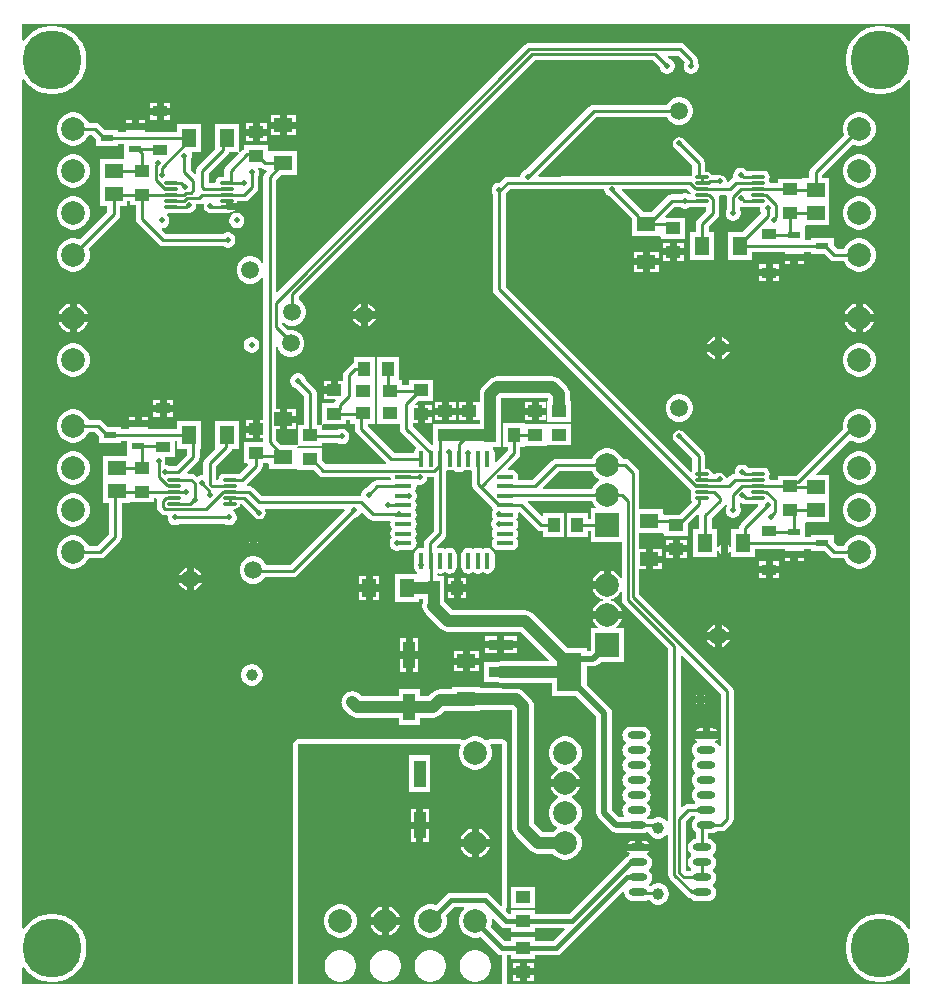
<source format=gtl>
G04*
G04 #@! TF.GenerationSoftware,Altium Limited,Altium Designer,22.0.2 (36)*
G04*
G04 Layer_Physical_Order=1*
G04 Layer_Color=255*
%FSLAX25Y25*%
%MOIN*%
G70*
G04*
G04 #@! TF.SameCoordinates,FD2FF894-48AE-4880-B7A9-669BF39D4961*
G04*
G04*
G04 #@! TF.FilePolarity,Positive*
G04*
G01*
G75*
%ADD11C,0.00984*%
%ADD12C,0.01968*%
%ADD17R,0.04921X0.03937*%
%ADD18R,0.04724X0.06299*%
%ADD19R,0.06299X0.04724*%
%ADD20C,0.05906*%
%ADD21R,0.03937X0.09055*%
%ADD22R,0.04331X0.02362*%
%ADD23R,0.04803X0.03583*%
%ADD24R,0.05906X0.05118*%
G04:AMPARAMS|DCode=25|XSize=11.81mil|YSize=47.24mil|CornerRadius=5.91mil|HoleSize=0mil|Usage=FLASHONLY|Rotation=270.000|XOffset=0mil|YOffset=0mil|HoleType=Round|Shape=RoundedRectangle|*
%AMROUNDEDRECTD25*
21,1,0.01181,0.03543,0,0,270.0*
21,1,0.00000,0.04724,0,0,270.0*
1,1,0.01181,-0.01772,0.00000*
1,1,0.01181,-0.01772,0.00000*
1,1,0.01181,0.01772,0.00000*
1,1,0.01181,0.01772,0.00000*
%
%ADD25ROUNDEDRECTD25*%
%ADD26R,0.03937X0.04921*%
%ADD27R,0.05118X0.04134*%
G04:AMPARAMS|DCode=28|XSize=15.75mil|YSize=55.12mil|CornerRadius=7.87mil|HoleSize=0mil|Usage=FLASHONLY|Rotation=0.000|XOffset=0mil|YOffset=0mil|HoleType=Round|Shape=RoundedRectangle|*
%AMROUNDEDRECTD28*
21,1,0.01575,0.03937,0,0,0.0*
21,1,0.00000,0.05512,0,0,0.0*
1,1,0.01575,0.00000,-0.01968*
1,1,0.01575,0.00000,-0.01968*
1,1,0.01575,0.00000,0.01968*
1,1,0.01575,0.00000,0.01968*
%
%ADD28ROUNDEDRECTD28*%
G04:AMPARAMS|DCode=29|XSize=15.75mil|YSize=55.12mil|CornerRadius=7.87mil|HoleSize=0mil|Usage=FLASHONLY|Rotation=270.000|XOffset=0mil|YOffset=0mil|HoleType=Round|Shape=RoundedRectangle|*
%AMROUNDEDRECTD29*
21,1,0.01575,0.03937,0,0,270.0*
21,1,0.00000,0.05512,0,0,270.0*
1,1,0.01575,-0.01968,0.00000*
1,1,0.01575,-0.01968,0.00000*
1,1,0.01575,0.01968,0.00000*
1,1,0.01575,0.01968,0.00000*
%
%ADD29ROUNDEDRECTD29*%
G04:AMPARAMS|DCode=30|XSize=61.02mil|YSize=23.62mil|CornerRadius=11.81mil|HoleSize=0mil|Usage=FLASHONLY|Rotation=180.000|XOffset=0mil|YOffset=0mil|HoleType=Round|Shape=RoundedRectangle|*
%AMROUNDEDRECTD30*
21,1,0.06102,0.00000,0,0,180.0*
21,1,0.03740,0.02362,0,0,180.0*
1,1,0.02362,-0.01870,0.00000*
1,1,0.02362,0.01870,0.00000*
1,1,0.02362,0.01870,0.00000*
1,1,0.02362,-0.01870,0.00000*
%
%ADD30ROUNDEDRECTD30*%
G04:AMPARAMS|DCode=31|XSize=62.99mil|YSize=23.62mil|CornerRadius=11.81mil|HoleSize=0mil|Usage=FLASHONLY|Rotation=180.000|XOffset=0mil|YOffset=0mil|HoleType=Round|Shape=RoundedRectangle|*
%AMROUNDEDRECTD31*
21,1,0.06299,0.00000,0,0,180.0*
21,1,0.03937,0.02362,0,0,180.0*
1,1,0.02362,-0.01968,0.00000*
1,1,0.02362,0.01968,0.00000*
1,1,0.02362,0.01968,0.00000*
1,1,0.02362,-0.01968,0.00000*
%
%ADD31ROUNDEDRECTD31*%
%ADD32R,0.08465X0.03740*%
%ADD33R,0.08465X0.12795*%
%ADD34C,0.03937*%
%ADD35C,0.01968*%
%ADD36C,0.01500*%
%ADD37C,0.07874*%
%ADD38R,0.07874X0.07874*%
%ADD39C,0.03937*%
%ADD40C,0.19685*%
G36*
X262000Y216511D02*
X261500Y216349D01*
X260709Y217438D01*
X259438Y218709D01*
X257984Y219765D01*
X256383Y220581D01*
X254674Y221136D01*
X252899Y221417D01*
X251101D01*
X249326Y221136D01*
X247617Y220581D01*
X246016Y219765D01*
X244562Y218709D01*
X243291Y217438D01*
X242235Y215984D01*
X241419Y214383D01*
X240864Y212674D01*
X240583Y210899D01*
Y209101D01*
X240864Y207326D01*
X241419Y205617D01*
X242235Y204016D01*
X243291Y202562D01*
X244562Y201291D01*
X246016Y200235D01*
X247617Y199419D01*
X249326Y198864D01*
X251101Y198583D01*
X252899D01*
X254674Y198864D01*
X256383Y199419D01*
X257984Y200235D01*
X259438Y201291D01*
X260709Y202562D01*
X261500Y203651D01*
X262000Y203489D01*
Y-79489D01*
X261500Y-79651D01*
X260709Y-78562D01*
X259438Y-77291D01*
X257984Y-76235D01*
X256383Y-75419D01*
X254674Y-74864D01*
X252899Y-74583D01*
X251101D01*
X249326Y-74864D01*
X247617Y-75419D01*
X246016Y-76235D01*
X244562Y-77291D01*
X243291Y-78562D01*
X242235Y-80016D01*
X241419Y-81617D01*
X240864Y-83326D01*
X240583Y-85101D01*
Y-86899D01*
X240864Y-88674D01*
X241419Y-90383D01*
X242235Y-91984D01*
X243291Y-93438D01*
X244562Y-94709D01*
X246016Y-95765D01*
X247617Y-96581D01*
X249326Y-97136D01*
X251101Y-97417D01*
X252899D01*
X254674Y-97136D01*
X256383Y-96581D01*
X257984Y-95765D01*
X259438Y-94709D01*
X260709Y-93438D01*
X261500Y-92349D01*
X262000Y-92511D01*
Y-98000D01*
X127606D01*
Y-88370D01*
X128965D01*
Y-89543D01*
X137035D01*
Y-88370D01*
X144000D01*
X144907Y-88190D01*
X145676Y-87676D01*
X166271Y-67081D01*
X166745Y-67315D01*
X166720Y-67500D01*
X166815Y-68219D01*
X167093Y-68890D01*
X167534Y-69466D01*
X168110Y-69907D01*
X168781Y-70185D01*
X169500Y-70280D01*
X173240D01*
X173960Y-70185D01*
X174630Y-69907D01*
X175105Y-70072D01*
X175165Y-70176D01*
X175824Y-70835D01*
X176632Y-71302D01*
X177533Y-71543D01*
X178466D01*
X179368Y-71302D01*
X180176Y-70835D01*
X180835Y-70176D01*
X181302Y-69368D01*
X181543Y-68467D01*
Y-67533D01*
X181302Y-66632D01*
X180835Y-65824D01*
X180176Y-65165D01*
X179368Y-64698D01*
X178466Y-64457D01*
X177533D01*
X176632Y-64698D01*
X175824Y-65165D01*
X175670Y-65319D01*
X175347Y-65469D01*
X174913Y-65171D01*
Y-64690D01*
X175206Y-64465D01*
X175647Y-63890D01*
X175925Y-63219D01*
X176020Y-62500D01*
X175925Y-61781D01*
X175647Y-61110D01*
X175206Y-60535D01*
X174913Y-60310D01*
Y-59690D01*
X175206Y-59465D01*
X175647Y-58890D01*
X175925Y-58219D01*
X176020Y-57500D01*
X175925Y-56781D01*
X175647Y-56110D01*
X175206Y-55534D01*
X174630Y-55093D01*
X174346Y-54975D01*
X174300Y-54415D01*
X174813Y-54072D01*
X175074Y-53681D01*
X171370D01*
X167666D01*
X167928Y-54072D01*
X168440Y-54415D01*
X168395Y-54975D01*
X168110Y-55093D01*
X167534Y-55534D01*
X167329Y-55802D01*
X167049Y-55989D01*
X148408Y-74630D01*
X137035D01*
Y-73457D01*
X128965D01*
Y-74630D01*
X128163D01*
X127104Y-73571D01*
X127135Y-72949D01*
X127483Y-72428D01*
X127606Y-71813D01*
Y-18000D01*
X127483Y-17386D01*
X127135Y-16865D01*
X126614Y-16517D01*
X126000Y-16394D01*
X122132D01*
X121926Y-16435D01*
X121717Y-16449D01*
X121622Y-16496D01*
X121518Y-16517D01*
X121343Y-16633D01*
X121155Y-16726D01*
X120742Y-16783D01*
X120501Y-16706D01*
X120384Y-16590D01*
X119128Y-15864D01*
X117726Y-15488D01*
X116274D01*
X114873Y-15864D01*
X113616Y-16590D01*
X113499Y-16706D01*
X113258Y-16783D01*
X112845Y-16726D01*
X112657Y-16633D01*
X112482Y-16517D01*
X112378Y-16496D01*
X112283Y-16449D01*
X112074Y-16435D01*
X111868Y-16394D01*
X58000D01*
X57385Y-16517D01*
X56865Y-16865D01*
X56517Y-17386D01*
X56394Y-18000D01*
Y-98000D01*
X-34000D01*
Y-92511D01*
X-33500Y-92349D01*
X-32709Y-93438D01*
X-31438Y-94709D01*
X-29984Y-95765D01*
X-28383Y-96581D01*
X-26674Y-97136D01*
X-24899Y-97417D01*
X-23101D01*
X-21326Y-97136D01*
X-19617Y-96581D01*
X-18016Y-95765D01*
X-16562Y-94709D01*
X-15291Y-93438D01*
X-14235Y-91984D01*
X-13419Y-90383D01*
X-12864Y-88674D01*
X-12583Y-86899D01*
Y-85101D01*
X-12864Y-83326D01*
X-13419Y-81617D01*
X-14235Y-80016D01*
X-15291Y-78562D01*
X-16562Y-77291D01*
X-18016Y-76235D01*
X-19617Y-75419D01*
X-21326Y-74864D01*
X-23101Y-74583D01*
X-24899D01*
X-26674Y-74864D01*
X-28383Y-75419D01*
X-29984Y-76235D01*
X-31438Y-77291D01*
X-32709Y-78562D01*
X-33500Y-79651D01*
X-34000Y-79489D01*
Y203489D01*
X-33500Y203651D01*
X-32709Y202562D01*
X-31438Y201291D01*
X-29984Y200235D01*
X-28383Y199419D01*
X-26674Y198864D01*
X-24899Y198583D01*
X-23101D01*
X-21326Y198864D01*
X-19617Y199419D01*
X-18016Y200235D01*
X-16562Y201291D01*
X-15291Y202562D01*
X-14235Y204016D01*
X-13419Y205617D01*
X-12864Y207326D01*
X-12583Y209101D01*
Y210899D01*
X-12864Y212674D01*
X-13419Y214383D01*
X-14235Y215984D01*
X-15291Y217438D01*
X-16562Y218709D01*
X-18016Y219765D01*
X-19617Y220581D01*
X-21326Y221136D01*
X-23101Y221417D01*
X-24899D01*
X-26674Y221136D01*
X-28383Y220581D01*
X-29984Y219765D01*
X-31438Y218709D01*
X-32709Y217438D01*
X-33500Y216349D01*
X-34000Y216511D01*
Y222000D01*
X262000D01*
Y216511D01*
D02*
G37*
G36*
X126000Y-71813D02*
X125538Y-72005D01*
X121857Y-68324D01*
X121088Y-67810D01*
X120181Y-67630D01*
X109000D01*
X108093Y-67810D01*
X107324Y-68324D01*
X103857Y-71791D01*
X102726Y-71488D01*
X101274D01*
X99872Y-71864D01*
X98616Y-72589D01*
X97589Y-73616D01*
X96864Y-74872D01*
X96488Y-76274D01*
Y-77726D01*
X96864Y-79128D01*
X97589Y-80384D01*
X98616Y-81410D01*
X99872Y-82136D01*
X101274Y-82512D01*
X102726D01*
X104128Y-82136D01*
X105384Y-81410D01*
X106411Y-80384D01*
X107136Y-79128D01*
X107512Y-77726D01*
Y-76274D01*
X107209Y-75143D01*
X109982Y-72370D01*
X113128D01*
X113335Y-72870D01*
X112590Y-73616D01*
X111864Y-74872D01*
X111488Y-76274D01*
Y-77726D01*
X111864Y-79128D01*
X112590Y-80384D01*
X113616Y-81410D01*
X114873Y-82136D01*
X116274Y-82512D01*
X117726D01*
X118857Y-82209D01*
X124324Y-87676D01*
X125093Y-88190D01*
X126000Y-88370D01*
Y-98000D01*
X58000D01*
Y-18000D01*
X111868D01*
X112118Y-18433D01*
X111864Y-18872D01*
X111488Y-20274D01*
Y-21726D01*
X111864Y-23128D01*
X112590Y-24384D01*
X113616Y-25411D01*
X114873Y-26136D01*
X116274Y-26512D01*
X117726D01*
X119128Y-26136D01*
X120384Y-25411D01*
X121411Y-24384D01*
X122136Y-23128D01*
X122512Y-21726D01*
Y-20274D01*
X122136Y-18872D01*
X121882Y-18433D01*
X122132Y-18000D01*
X126000D01*
Y-71813D01*
D02*
G37*
G36*
X125505Y-78676D02*
X126274Y-79190D01*
X127181Y-79370D01*
X128965D01*
Y-80543D01*
X137035D01*
Y-79370D01*
X146624D01*
X146816Y-79832D01*
X143018Y-83630D01*
X137035D01*
Y-82457D01*
X128965D01*
Y-83630D01*
X126982D01*
X122209Y-78857D01*
X122512Y-77726D01*
Y-76390D01*
X122947Y-76118D01*
X125505Y-78676D01*
D02*
G37*
%LPC*%
G36*
X185425Y215682D02*
X135075D01*
X134268Y215522D01*
X133585Y215065D01*
X51069Y132550D01*
X50607Y132741D01*
Y170127D01*
X52244Y171764D01*
X57724D01*
Y179638D01*
X48276D01*
X48035Y180038D01*
Y181606D01*
X39965D01*
Y180294D01*
X39510Y179990D01*
X38695Y179175D01*
X38236Y179424D01*
X38236Y179714D01*
Y188724D01*
X30362D01*
Y180342D01*
X24585Y174565D01*
X24128Y173881D01*
X23967Y173075D01*
Y172166D01*
X23505Y171975D01*
X22107Y173373D01*
Y176532D01*
X22385Y177012D01*
X22559Y177663D01*
Y178337D01*
X22442Y178776D01*
X22746Y179276D01*
X25638D01*
Y188724D01*
X17764D01*
Y186107D01*
X6890D01*
Y186559D01*
X3724D01*
X559D01*
Y186107D01*
X-1984D01*
Y186756D01*
X-6484D01*
X-8219Y188490D01*
X-8902Y188947D01*
X-9709Y189107D01*
X-11858D01*
X-11864Y189128D01*
X-12589Y190384D01*
X-13616Y191411D01*
X-14873Y192136D01*
X-16274Y192512D01*
X-17726D01*
X-19128Y192136D01*
X-20384Y191411D01*
X-21410Y190384D01*
X-22136Y189128D01*
X-22512Y187726D01*
Y186274D01*
X-22136Y184872D01*
X-21410Y183616D01*
X-20384Y182589D01*
X-19128Y181864D01*
X-17726Y181488D01*
X-16274D01*
X-14873Y181864D01*
X-13616Y182589D01*
X-12589Y183616D01*
X-11864Y184872D01*
X-11858Y184893D01*
X-10582D01*
X-9465Y183776D01*
Y181244D01*
X-1984D01*
Y181893D01*
X-16D01*
Y177504D01*
X-16D01*
X-177Y177071D01*
X-8027D01*
Y168803D01*
Y161323D01*
X-5607D01*
Y159373D01*
X-14854Y150126D01*
X-14873Y150136D01*
X-16274Y150512D01*
X-17726D01*
X-19128Y150136D01*
X-20384Y149410D01*
X-21410Y148384D01*
X-22136Y147127D01*
X-22512Y145726D01*
Y144274D01*
X-22136Y142873D01*
X-21410Y141616D01*
X-20384Y140589D01*
X-19128Y139864D01*
X-17726Y139488D01*
X-16274D01*
X-14873Y139864D01*
X-13616Y140589D01*
X-12589Y141616D01*
X-11864Y142873D01*
X-11488Y144274D01*
Y145726D01*
X-11864Y147127D01*
X-11874Y147145D01*
X-2010Y157010D01*
X-1553Y157694D01*
X-1393Y158500D01*
Y161323D01*
X1027D01*
Y162956D01*
X1965D01*
Y161520D01*
X3893D01*
Y157000D01*
X4053Y156193D01*
X4510Y155510D01*
X11510Y148510D01*
X12194Y148053D01*
X13000Y147893D01*
X33032D01*
X33512Y147615D01*
X34163Y147441D01*
X34837D01*
X35488Y147615D01*
X36071Y147952D01*
X36548Y148429D01*
X36885Y149012D01*
X37059Y149663D01*
Y150337D01*
X36885Y150988D01*
X36548Y151571D01*
X36071Y152048D01*
X35488Y152385D01*
X34837Y152559D01*
X34163D01*
X33512Y152385D01*
X33032Y152107D01*
X13873D01*
X12539Y153441D01*
X12746Y153941D01*
X12837D01*
X13488Y154115D01*
X14071Y154452D01*
X14548Y154929D01*
X14885Y155512D01*
X15059Y156163D01*
Y156837D01*
X14885Y157488D01*
X14548Y158071D01*
X14264Y158355D01*
X14471Y158855D01*
X17520D01*
X18024Y158956D01*
X20797D01*
X21119Y159020D01*
X21163Y159008D01*
X21837D01*
X22488Y159182D01*
X23071Y159519D01*
X23548Y159996D01*
X23885Y160579D01*
X24059Y161230D01*
Y161904D01*
X24109Y161969D01*
X25061D01*
X25868Y162130D01*
X26236Y162376D01*
X26505Y162202D01*
X26641Y162045D01*
X26493Y161300D01*
X26653Y160494D01*
X27110Y159810D01*
X27793Y159353D01*
X28005Y159311D01*
X28297Y159116D01*
X29103Y158956D01*
X34252D01*
X35058Y159116D01*
X35545Y159441D01*
X36024D01*
X36644Y159565D01*
X37119Y159882D01*
X34252D01*
Y162244D01*
X37410D01*
X37522Y162411D01*
X37618Y162893D01*
X40000D01*
X40806Y163053D01*
X41490Y163510D01*
X43990Y166010D01*
X44447Y166693D01*
X44607Y167500D01*
Y171032D01*
X44885Y171512D01*
X45059Y172163D01*
Y172837D01*
X44885Y173488D01*
X44699Y173809D01*
X44909Y174347D01*
X45080Y174391D01*
X45195Y174379D01*
X45565Y174010D01*
X46249Y173553D01*
X47055Y173393D01*
X47259D01*
X47450Y172931D01*
X47010Y172490D01*
X46553Y171807D01*
X46393Y171000D01*
Y142447D01*
X45893Y142313D01*
X45623Y142780D01*
X44780Y143623D01*
X43748Y144219D01*
X42596Y144527D01*
X41404D01*
X40252Y144219D01*
X39220Y143623D01*
X38377Y142780D01*
X37781Y141748D01*
X37472Y140596D01*
Y139404D01*
X37781Y138252D01*
X38377Y137220D01*
X39220Y136377D01*
X40252Y135781D01*
X41404Y135473D01*
X42596D01*
X43748Y135781D01*
X44780Y136377D01*
X45623Y137220D01*
X45893Y137687D01*
X46393Y137553D01*
Y89906D01*
X45181D01*
Y86937D01*
Y83969D01*
X46393D01*
Y82606D01*
X39965D01*
Y75520D01*
X41087D01*
X41279Y75058D01*
X38266Y72044D01*
X37528D01*
X37024Y72145D01*
X33480D01*
X32635Y71977D01*
X31919Y71498D01*
X31441Y70782D01*
X31300Y70076D01*
X30607D01*
Y74627D01*
X35441Y79460D01*
X35898Y80144D01*
X35924Y80276D01*
X38236D01*
Y89724D01*
X30362D01*
Y80343D01*
X27010Y76990D01*
X26553Y76306D01*
X26393Y75500D01*
Y71602D01*
X26337Y71559D01*
X25663D01*
X25012Y71385D01*
X24429Y71048D01*
X24361Y70980D01*
X23914Y71427D01*
X23230Y71884D01*
X22423Y72044D01*
X21178D01*
X20987Y72506D01*
X24490Y76010D01*
X24947Y76693D01*
X25107Y77500D01*
Y80276D01*
X25638D01*
Y89724D01*
X17764D01*
Y87107D01*
X7890D01*
Y87559D01*
X4724D01*
X1559D01*
Y87107D01*
X-984D01*
Y87756D01*
X-5484D01*
X-7219Y89490D01*
X-7902Y89947D01*
X-8709Y90107D01*
X-11858D01*
X-11864Y90127D01*
X-12589Y91384D01*
X-13616Y92410D01*
X-14873Y93136D01*
X-16274Y93512D01*
X-17726D01*
X-19128Y93136D01*
X-20384Y92410D01*
X-21410Y91384D01*
X-22136Y90127D01*
X-22512Y88726D01*
Y87274D01*
X-22136Y85873D01*
X-21410Y84616D01*
X-20384Y83590D01*
X-19128Y82864D01*
X-17726Y82488D01*
X-16274D01*
X-14873Y82864D01*
X-13616Y83590D01*
X-12589Y84616D01*
X-11864Y85873D01*
X-11858Y85893D01*
X-9582D01*
X-8465Y84776D01*
Y82244D01*
X-984D01*
Y82893D01*
X984D01*
Y78504D01*
X984D01*
X823Y78071D01*
X-7028D01*
Y69803D01*
Y62323D01*
X-5107D01*
Y51873D01*
X-8873Y48107D01*
X-11858D01*
X-11864Y48127D01*
X-12589Y49384D01*
X-13616Y50410D01*
X-14873Y51136D01*
X-16274Y51512D01*
X-17726D01*
X-19128Y51136D01*
X-20384Y50410D01*
X-21410Y49384D01*
X-22136Y48127D01*
X-22512Y46726D01*
Y45274D01*
X-22136Y43872D01*
X-21410Y42616D01*
X-20384Y41589D01*
X-19128Y40864D01*
X-17726Y40488D01*
X-16274D01*
X-14873Y40864D01*
X-13616Y41589D01*
X-12589Y42616D01*
X-11864Y43872D01*
X-11858Y43893D01*
X-8000D01*
X-7193Y44053D01*
X-6510Y44510D01*
X-1510Y49510D01*
X-1053Y50194D01*
X-893Y51000D01*
Y62323D01*
X2028D01*
Y62520D01*
X10035D01*
Y63893D01*
X10560D01*
X10971Y63393D01*
X10893Y63000D01*
Y61000D01*
X11053Y60194D01*
X11510Y59510D01*
X12120Y58900D01*
X12804Y58443D01*
X13610Y58282D01*
X14150D01*
X14454Y57886D01*
X14441Y57837D01*
Y57163D01*
X14615Y56512D01*
X14952Y55929D01*
X15429Y55452D01*
X16012Y55115D01*
X16663Y54941D01*
X17337D01*
X17988Y55115D01*
X18468Y55393D01*
X33532D01*
X34012Y55115D01*
X34663Y54941D01*
X35337D01*
X35988Y55115D01*
X36571Y55452D01*
X37048Y55929D01*
X37385Y56512D01*
X37559Y57163D01*
Y57837D01*
X37385Y58488D01*
X37048Y59071D01*
X36571Y59548D01*
X36469Y59607D01*
X36423Y60148D01*
X36737Y60441D01*
X37024D01*
X37644Y60565D01*
X38170Y60916D01*
X38522Y61442D01*
X38618Y61924D01*
X39096D01*
X43510Y57510D01*
X44194Y57053D01*
X45000Y56893D01*
X45807Y57053D01*
X46490Y57510D01*
X46947Y58193D01*
X47107Y59000D01*
X46947Y59807D01*
X46850Y59952D01*
X47086Y60393D01*
X73259D01*
X73450Y59931D01*
X55287Y41767D01*
X47208D01*
X46623Y42780D01*
X45780Y43623D01*
X44748Y44219D01*
X43596Y44528D01*
X42404D01*
X41252Y44219D01*
X40220Y43623D01*
X39377Y42780D01*
X38781Y41748D01*
X38472Y40596D01*
Y39404D01*
X38781Y38252D01*
X39377Y37220D01*
X40220Y36377D01*
X41252Y35781D01*
X42404Y35472D01*
X43596D01*
X44748Y35781D01*
X45780Y36377D01*
X46623Y37220D01*
X46815Y37552D01*
X56160D01*
X56966Y37713D01*
X57650Y38169D01*
X76952Y57472D01*
X77488Y57615D01*
X78071Y57952D01*
X78548Y58429D01*
X78854Y58959D01*
X79109Y59080D01*
X79370Y59150D01*
X81510Y57010D01*
X82193Y56553D01*
X83000Y56393D01*
X88457D01*
X88835Y55893D01*
X88718Y55305D01*
X88902Y54383D01*
X89338Y53730D01*
X88902Y53077D01*
X88718Y52155D01*
X88902Y51233D01*
X89187Y50806D01*
X88952Y50571D01*
X88615Y49988D01*
X88441Y49337D01*
Y48663D01*
X88615Y48012D01*
X88952Y47429D01*
X89429Y46952D01*
X90012Y46615D01*
X90663Y46441D01*
X91337D01*
X91919Y46597D01*
X95064D01*
X95986Y46780D01*
X96767Y47302D01*
X97289Y48084D01*
X97472Y49005D01*
X97289Y49927D01*
X96852Y50580D01*
X97289Y51233D01*
X97472Y52155D01*
X97289Y53077D01*
X96852Y53730D01*
X97289Y54383D01*
X97472Y55305D01*
X97289Y56226D01*
X96852Y56880D01*
X97289Y57533D01*
X97472Y58454D01*
X97289Y59376D01*
X96852Y60029D01*
X97289Y60682D01*
X97472Y61604D01*
X97289Y62526D01*
X96951Y63032D01*
X97048Y63129D01*
X97385Y63712D01*
X97559Y64363D01*
Y65037D01*
X97385Y65688D01*
X97048Y66271D01*
X96908Y66411D01*
X97289Y66982D01*
X97472Y67903D01*
X97429Y68120D01*
X97859Y68523D01*
X98163Y68441D01*
X98837D01*
X99488Y68615D01*
X100071Y68952D01*
X100548Y69429D01*
X100885Y70012D01*
X101059Y70663D01*
Y70983D01*
X103168D01*
Y53149D01*
X100510Y50490D01*
X100053Y49806D01*
X99893Y49000D01*
Y47694D01*
X99506Y47376D01*
X99001Y47477D01*
X98079Y47294D01*
X97298Y46772D01*
X96776Y45990D01*
X96592Y45068D01*
Y42402D01*
X96441Y41837D01*
Y41163D01*
X96615Y40512D01*
X96768Y40248D01*
X96776Y40210D01*
X96881Y40052D01*
X96952Y39929D01*
X96986Y39895D01*
X97298Y39428D01*
X97603Y39224D01*
X97451Y38724D01*
X90362D01*
Y29276D01*
X98236D01*
Y30426D01*
X99552D01*
Y28935D01*
X99548Y28925D01*
X99426Y28000D01*
X99548Y27075D01*
X99905Y26213D01*
X100473Y25473D01*
X105473Y20473D01*
X106213Y19905D01*
X107075Y19548D01*
X108000Y19426D01*
X132102D01*
X141493Y10036D01*
X141301Y9574D01*
X125583D01*
X124658Y9452D01*
X124640Y9445D01*
X119776D01*
Y2555D01*
X124640D01*
X124658Y2548D01*
X125583Y2426D01*
X142610D01*
Y-1972D01*
X150574D01*
X157419Y-8817D01*
Y-41000D01*
X157507Y-41668D01*
X157765Y-42291D01*
X158175Y-42825D01*
X162175Y-46825D01*
X162709Y-47235D01*
X163332Y-47493D01*
X164000Y-47581D01*
X167833D01*
X168084Y-47685D01*
X168803Y-47780D01*
X172740D01*
X173460Y-47685D01*
X174130Y-47407D01*
X174181Y-47368D01*
X174330Y-47368D01*
X174792Y-47530D01*
X175165Y-48176D01*
X175824Y-48835D01*
X176632Y-49302D01*
X177533Y-49543D01*
X178466D01*
X179368Y-49302D01*
X180176Y-48835D01*
X180818Y-48193D01*
X180899Y-48197D01*
X181318Y-48340D01*
Y-61652D01*
X181478Y-62459D01*
X181935Y-63143D01*
X187631Y-68839D01*
X188315Y-69296D01*
X188727Y-69377D01*
X188794Y-69466D01*
X189370Y-69907D01*
X190040Y-70185D01*
X190760Y-70280D01*
X194500D01*
X195219Y-70185D01*
X195890Y-69907D01*
X196466Y-69466D01*
X196907Y-68890D01*
X197185Y-68219D01*
X197280Y-67500D01*
X197185Y-66781D01*
X196907Y-66110D01*
X196466Y-65535D01*
X196173Y-65310D01*
Y-64690D01*
X196466Y-64465D01*
X196907Y-63890D01*
X197185Y-63219D01*
X197280Y-62500D01*
X197185Y-61781D01*
X196907Y-61110D01*
X196466Y-60535D01*
X196173Y-60310D01*
Y-59690D01*
X196466Y-59465D01*
X196907Y-58890D01*
X197185Y-58219D01*
X197280Y-57500D01*
X197185Y-56781D01*
X196907Y-56110D01*
X196466Y-55534D01*
X196173Y-55310D01*
Y-54690D01*
X196466Y-54466D01*
X196907Y-53890D01*
X197185Y-53219D01*
X197280Y-52500D01*
X197185Y-51781D01*
X196907Y-51110D01*
X196466Y-50534D01*
X195890Y-50093D01*
X195219Y-49815D01*
X194737Y-49752D01*
Y-47780D01*
X195968D01*
X196688Y-47685D01*
X197358Y-47407D01*
X197749Y-47107D01*
X199000D01*
X199806Y-46947D01*
X200490Y-46490D01*
X202490Y-44490D01*
X202947Y-43806D01*
X203107Y-43000D01*
Y-425D01*
X202947Y381D01*
X202490Y1065D01*
X171682Y31873D01*
Y40339D01*
X173819D01*
Y43701D01*
Y47063D01*
X171682D01*
Y52362D01*
X179724D01*
X179965Y51962D01*
Y51394D01*
X188035D01*
Y55500D01*
X191170Y58634D01*
X191631Y58388D01*
X191593Y58201D01*
Y53724D01*
X189764D01*
Y44276D01*
X197638D01*
Y46211D01*
X198138Y46311D01*
X198318Y45876D01*
X198819Y45375D01*
Y47000D01*
Y48625D01*
X198318Y48124D01*
X198138Y47689D01*
X197638Y47789D01*
Y53724D01*
X195808D01*
Y57328D01*
X200098Y61618D01*
X200281Y61892D01*
X200800Y61769D01*
X200877Y61441D01*
X200615Y60988D01*
X200441Y60337D01*
Y59663D01*
X200615Y59012D01*
X200952Y58429D01*
X201429Y57952D01*
X202012Y57615D01*
X202663Y57441D01*
X203337D01*
X203988Y57615D01*
X204571Y57952D01*
X205048Y58429D01*
X205385Y59012D01*
X205559Y59663D01*
Y60337D01*
X205385Y60988D01*
X205107Y61468D01*
Y62179D01*
X205504Y62484D01*
X205663Y62441D01*
X205910D01*
X206397Y62116D01*
X207203Y61956D01*
X208976D01*
X209480Y61855D01*
X211222D01*
X211413Y61393D01*
X205510Y55490D01*
X205053Y54807D01*
X204893Y54000D01*
Y53724D01*
X202362D01*
Y47789D01*
X201862Y47689D01*
X201682Y48124D01*
X201181Y48625D01*
Y47000D01*
Y45375D01*
X201682Y45876D01*
X201862Y46311D01*
X202362Y46211D01*
Y44276D01*
X210236D01*
Y46893D01*
X220110D01*
Y46441D01*
X223276D01*
X226441D01*
Y46893D01*
X228984D01*
Y46244D01*
X233484D01*
X235219Y44510D01*
X235902Y44053D01*
X236709Y43893D01*
X239858D01*
X239864Y43872D01*
X240589Y42616D01*
X241616Y41589D01*
X242873Y40864D01*
X244274Y40488D01*
X245726D01*
X247128Y40864D01*
X248384Y41589D01*
X249411Y42616D01*
X250136Y43872D01*
X250512Y45274D01*
Y46726D01*
X250136Y48127D01*
X249411Y49384D01*
X248384Y50410D01*
X247128Y51136D01*
X245726Y51512D01*
X244274D01*
X242873Y51136D01*
X241616Y50410D01*
X240589Y49384D01*
X239864Y48127D01*
X239858Y48107D01*
X237582D01*
X236465Y49224D01*
Y51756D01*
X228984D01*
Y51107D01*
X227016D01*
Y55496D01*
X227016D01*
X227177Y55929D01*
X235028D01*
Y63410D01*
Y71677D01*
X230668D01*
X230476Y72139D01*
X241813Y83476D01*
X242873Y82864D01*
X244274Y82488D01*
X245726D01*
X247128Y82864D01*
X248384Y83590D01*
X249411Y84616D01*
X250136Y85873D01*
X250512Y87274D01*
Y88726D01*
X250136Y90127D01*
X249411Y91384D01*
X248384Y92410D01*
X247128Y93136D01*
X245726Y93512D01*
X244274D01*
X242873Y93136D01*
X241616Y92410D01*
X240589Y91384D01*
X239864Y90127D01*
X239488Y88726D01*
Y87274D01*
X239523Y87146D01*
X223834Y71458D01*
X223476D01*
X223273Y71417D01*
X217965D01*
Y69981D01*
X215229D01*
X215063Y70813D01*
X214970Y70953D01*
X215063Y71092D01*
X215231Y71937D01*
X215063Y72782D01*
X214585Y73498D01*
X213868Y73977D01*
X213024Y74145D01*
X209480D01*
X208976Y74044D01*
X208063D01*
X208048Y74071D01*
X207571Y74548D01*
X206988Y74885D01*
X206337Y75059D01*
X205663D01*
X205012Y74885D01*
X204429Y74548D01*
X203952Y74071D01*
X203615Y73488D01*
X203441Y72837D01*
Y72163D01*
X203393Y72086D01*
X202694Y71947D01*
X202010Y71490D01*
X201068Y70548D01*
X200525Y70713D01*
X200447Y71106D01*
X199990Y71790D01*
X199306Y72247D01*
X198500Y72407D01*
X198234D01*
X197427Y72247D01*
X197171Y72076D01*
X196114D01*
X196018Y72558D01*
X195666Y73084D01*
X195140Y73435D01*
X194520Y73559D01*
X193576D01*
Y78031D01*
X193415Y78838D01*
X192959Y79522D01*
X186490Y85990D01*
X185807Y86447D01*
X185000Y86607D01*
X184194Y86447D01*
X183510Y85990D01*
X183053Y85307D01*
X182893Y84500D01*
X183053Y83693D01*
X183510Y83010D01*
X189361Y77159D01*
Y72851D01*
X188899Y72660D01*
X127107Y134451D01*
Y165032D01*
X127385Y165512D01*
X127431Y165684D01*
X128639Y166893D01*
X145528D01*
X145864Y166960D01*
X159941D01*
Y166663D01*
X160115Y166012D01*
X160452Y165429D01*
X160929Y164952D01*
X161512Y164615D01*
X161774Y164545D01*
X169256Y157062D01*
X169276Y156966D01*
Y151362D01*
X178724D01*
X178965Y150962D01*
Y150394D01*
X187035D01*
Y157480D01*
X180602D01*
X180411Y157942D01*
X183424Y160956D01*
X185425D01*
X185429Y160952D01*
X186012Y160615D01*
X186663Y160441D01*
X187337D01*
X187988Y160615D01*
X188571Y160952D01*
X188575Y160956D01*
X190472D01*
X190976Y160855D01*
X194086D01*
Y159826D01*
X191211Y156951D01*
X190754Y156267D01*
X190593Y155461D01*
Y152724D01*
X188764D01*
Y143276D01*
X196638D01*
Y152724D01*
X194808D01*
Y154588D01*
X197683Y157463D01*
X198140Y158146D01*
X198300Y158953D01*
Y163756D01*
X198174Y164393D01*
X198475Y164893D01*
X200592D01*
X200909Y164506D01*
X200893Y164423D01*
Y160468D01*
X200615Y159988D01*
X200441Y159337D01*
Y158663D01*
X200615Y158012D01*
X200952Y157429D01*
X201429Y156952D01*
X202012Y156615D01*
X202663Y156441D01*
X203337D01*
X203988Y156615D01*
X204571Y156952D01*
X205048Y157429D01*
X205385Y158012D01*
X205559Y158663D01*
Y159337D01*
X205385Y159988D01*
X205107Y160468D01*
Y161063D01*
X205607Y161309D01*
X205897Y161116D01*
X206703Y160956D01*
X208976D01*
X209480Y160855D01*
X211860D01*
X211874Y160837D01*
Y160163D01*
X212048Y159512D01*
X212385Y158929D01*
X212393Y158921D01*
Y158861D01*
X206256Y152724D01*
X201362D01*
Y143276D01*
X209236D01*
Y145893D01*
X220110D01*
Y145441D01*
X223276D01*
X226441D01*
Y145893D01*
X228984D01*
Y145244D01*
X233484D01*
X235219Y143510D01*
X235902Y143053D01*
X236709Y142893D01*
X239858D01*
X239864Y142873D01*
X240589Y141616D01*
X241616Y140589D01*
X242873Y139864D01*
X244274Y139488D01*
X245726D01*
X247128Y139864D01*
X248384Y140589D01*
X249411Y141616D01*
X250136Y142873D01*
X250512Y144274D01*
Y145726D01*
X250136Y147127D01*
X249411Y148384D01*
X248384Y149410D01*
X247128Y150136D01*
X245726Y150512D01*
X244274D01*
X242873Y150136D01*
X241616Y149410D01*
X240589Y148384D01*
X239864Y147127D01*
X239858Y147107D01*
X237582D01*
X236465Y148224D01*
Y150756D01*
X228984D01*
Y150107D01*
X227016D01*
Y154496D01*
X227016D01*
X227177Y154929D01*
X235028D01*
Y162409D01*
Y170677D01*
X232607D01*
Y171627D01*
X242854Y181874D01*
X242873Y181864D01*
X244274Y181488D01*
X245726D01*
X247128Y181864D01*
X248384Y182589D01*
X249411Y183616D01*
X250136Y184872D01*
X250512Y186274D01*
Y187726D01*
X250136Y189128D01*
X249411Y190384D01*
X248384Y191411D01*
X247128Y192136D01*
X245726Y192512D01*
X244274D01*
X242873Y192136D01*
X241616Y191411D01*
X240589Y190384D01*
X239864Y189128D01*
X239488Y187726D01*
Y186274D01*
X239864Y184872D01*
X239874Y184854D01*
X229010Y173990D01*
X228553Y173307D01*
X228393Y172500D01*
Y170677D01*
X225972D01*
Y170480D01*
X217965D01*
Y169107D01*
X215204D01*
X215063Y169813D01*
X214970Y169953D01*
X215063Y170092D01*
X215231Y170937D01*
X215063Y171782D01*
X214585Y172498D01*
X213868Y172977D01*
X213024Y173145D01*
X209480D01*
X208976Y173044D01*
X207563D01*
X207548Y173071D01*
X207071Y173548D01*
X206488Y173885D01*
X205837Y174059D01*
X205163D01*
X204512Y173885D01*
X203929Y173548D01*
X203452Y173071D01*
X203115Y172488D01*
X202941Y171837D01*
Y171163D01*
X203028Y170837D01*
X202510Y170490D01*
X201267Y169247D01*
X200807Y169493D01*
X200806Y169494D01*
X200807Y169500D01*
X200647Y170307D01*
X200190Y170990D01*
X199506Y171447D01*
X198700Y171607D01*
X195985D01*
X195666Y172084D01*
X195140Y172435D01*
X194520Y172559D01*
X194041D01*
X193576Y172870D01*
Y175732D01*
X193415Y176538D01*
X192959Y177222D01*
X186490Y183690D01*
X185807Y184147D01*
X185000Y184307D01*
X184194Y184147D01*
X183510Y183690D01*
X183053Y183007D01*
X182893Y182200D01*
X183053Y181394D01*
X183510Y180710D01*
X189361Y174859D01*
Y171515D01*
X188861Y171105D01*
X188512Y171174D01*
X145595D01*
X145258Y171107D01*
X138174D01*
X137983Y171569D01*
X157306Y190893D01*
X180989D01*
X181377Y190220D01*
X182220Y189377D01*
X183252Y188781D01*
X184404Y188472D01*
X185596D01*
X186748Y188781D01*
X187780Y189377D01*
X188623Y190220D01*
X189219Y191252D01*
X189527Y192404D01*
Y193596D01*
X189219Y194748D01*
X188623Y195780D01*
X187780Y196623D01*
X186748Y197219D01*
X185596Y197528D01*
X184404D01*
X183252Y197219D01*
X182220Y196623D01*
X181377Y195780D01*
X180989Y195107D01*
X156433D01*
X155627Y194947D01*
X154943Y194490D01*
X134048Y173595D01*
X133512Y173452D01*
X132929Y173115D01*
X132452Y172638D01*
X132115Y172055D01*
X131941Y171404D01*
Y171107D01*
X127766D01*
X126960Y170947D01*
X126276Y170490D01*
X124845Y169059D01*
X124663D01*
X124012Y168885D01*
X123429Y168548D01*
X122952Y168071D01*
X122615Y167488D01*
X122441Y166837D01*
Y166163D01*
X122615Y165512D01*
X122893Y165032D01*
Y133579D01*
X123053Y132772D01*
X123510Y132088D01*
X188901Y66697D01*
X188769Y66031D01*
X188937Y65187D01*
X189030Y65047D01*
X188937Y64908D01*
X188769Y64063D01*
X188937Y63218D01*
X189280Y62705D01*
X185055Y58480D01*
X179965D01*
X179724Y58881D01*
Y60236D01*
X171682D01*
Y72425D01*
X171522Y73232D01*
X171065Y73915D01*
X168490Y76490D01*
X167806Y76947D01*
X167000Y77107D01*
X166142D01*
X166136Y77127D01*
X165410Y78384D01*
X164384Y79410D01*
X163128Y80136D01*
X161726Y80512D01*
X160274D01*
X158872Y80136D01*
X157616Y79410D01*
X156589Y78384D01*
X155864Y77127D01*
X155858Y77107D01*
X144000D01*
X143193Y76947D01*
X142510Y76490D01*
X136001Y69981D01*
X131603D01*
X131217Y70481D01*
X131331Y71053D01*
X131147Y71974D01*
X130625Y72756D01*
X129844Y73278D01*
X128922Y73461D01*
X128095D01*
X127903Y73923D01*
X131427Y77447D01*
X131884Y78131D01*
X132044Y78937D01*
Y80965D01*
X133480D01*
Y81457D01*
X141035D01*
Y81520D01*
X149035D01*
Y88606D01*
X140965D01*
Y88543D01*
X133480D01*
Y89035D01*
X126394D01*
Y80965D01*
X127830D01*
Y79810D01*
X123918Y75899D01*
X123457Y76090D01*
Y78927D01*
X123273Y79848D01*
X122862Y80465D01*
X123082Y80965D01*
X125606D01*
Y84768D01*
X125637Y85000D01*
Y97213D01*
X125850Y97426D01*
X141213D01*
X141426Y97213D01*
Y96480D01*
X140965D01*
Y89394D01*
X144768D01*
X145000Y89363D01*
X145232Y89394D01*
X149035D01*
Y96480D01*
X148574D01*
Y98694D01*
X148452Y99619D01*
X148095Y100481D01*
X147527Y101221D01*
X145221Y103527D01*
X144481Y104095D01*
X143619Y104452D01*
X142694Y104574D01*
X124369D01*
X123444Y104452D01*
X122582Y104095D01*
X121842Y103527D01*
X119536Y101221D01*
X118968Y100481D01*
X118611Y99619D01*
X118489Y98694D01*
Y96394D01*
X118461Y95906D01*
X117989Y95906D01*
X116181D01*
Y92937D01*
Y89969D01*
X118461Y89969D01*
X118489Y89480D01*
Y88606D01*
X115724D01*
X115492Y88637D01*
X106508D01*
X106276Y88606D01*
X102965D01*
Y85295D01*
X102934Y85063D01*
X102965Y84831D01*
Y81747D01*
X102465Y81539D01*
X96107Y87897D01*
Y89095D01*
X97819D01*
Y92063D01*
Y95031D01*
X97236D01*
X97045Y95493D01*
X97945Y96394D01*
X103035D01*
Y103480D01*
X94965D01*
Y101749D01*
X92661D01*
Y103284D01*
X91480D01*
Y111035D01*
X84394D01*
Y102965D01*
Y96000D01*
Y88717D01*
X91893D01*
Y87024D01*
X92053Y86217D01*
X92510Y85533D01*
X97308Y80735D01*
X97298Y80630D01*
X96776Y79848D01*
X96614Y79036D01*
X89944D01*
X81107Y87873D01*
Y88717D01*
X83606D01*
Y96000D01*
Y102965D01*
Y111035D01*
X76520D01*
Y109012D01*
X76193Y108947D01*
X75510Y108490D01*
X73510Y106490D01*
X73053Y105807D01*
X72893Y105000D01*
Y102969D01*
X71181D01*
Y100000D01*
X70000D01*
Y98819D01*
X66539D01*
Y97031D01*
X70398D01*
X70589Y96570D01*
X70347Y96327D01*
X69907Y95669D01*
X65965D01*
X65965Y88917D01*
X65965Y88583D01*
X65533Y88417D01*
X64107D01*
Y98949D01*
X63947Y99755D01*
X63490Y100439D01*
X60503Y103427D01*
X60359Y103962D01*
X60022Y104546D01*
X59546Y105022D01*
X58962Y105359D01*
X58311Y105534D01*
X57638D01*
X56987Y105359D01*
X56403Y105022D01*
X55927Y104546D01*
X55590Y103962D01*
X55415Y103311D01*
Y102638D01*
X55590Y101987D01*
X55927Y101403D01*
X56403Y100927D01*
X56987Y100590D01*
X57522Y100446D01*
X59893Y98076D01*
Y88417D01*
X57965D01*
Y82038D01*
X57821Y81800D01*
X57724Y81638D01*
X57600Y81638D01*
X52342Y81638D01*
X50607Y83373D01*
Y86937D01*
X51819D01*
Y90299D01*
Y93661D01*
X50607D01*
Y114334D01*
X51107Y114400D01*
X51281Y113752D01*
X51877Y112720D01*
X52720Y111877D01*
X53752Y111281D01*
X54904Y110972D01*
X56096D01*
X57248Y111281D01*
X58280Y111877D01*
X59123Y112720D01*
X59719Y113752D01*
X60027Y114904D01*
Y116096D01*
X59719Y117248D01*
X59123Y118280D01*
X58280Y119123D01*
X57248Y119719D01*
X56096Y120027D01*
X54904D01*
X54548Y119932D01*
X52607Y121873D01*
Y122336D01*
X53069Y122528D01*
X53220Y122377D01*
X54252Y121781D01*
X55404Y121473D01*
X56596D01*
X57748Y121781D01*
X58780Y122377D01*
X59623Y123220D01*
X60219Y124252D01*
X60527Y125404D01*
Y126596D01*
X60219Y127748D01*
X59623Y128780D01*
X58780Y129623D01*
X58107Y130011D01*
Y131127D01*
X136873Y209893D01*
X176127D01*
X178472Y207548D01*
X178615Y207012D01*
X178952Y206429D01*
X179429Y205952D01*
X180012Y205615D01*
X180663Y205441D01*
X181337D01*
X181988Y205615D01*
X182571Y205952D01*
X183048Y206429D01*
X183385Y207012D01*
X183559Y207663D01*
Y208337D01*
X183385Y208988D01*
X183048Y209571D01*
X182571Y210048D01*
X181988Y210385D01*
X181452Y210528D01*
X180975Y211005D01*
X181166Y211467D01*
X184552D01*
X186768Y209252D01*
X186615Y208988D01*
X186441Y208337D01*
Y207663D01*
X186615Y207012D01*
X186952Y206429D01*
X187429Y205952D01*
X188012Y205615D01*
X188663Y205441D01*
X189337D01*
X189988Y205615D01*
X190571Y205952D01*
X191048Y206429D01*
X191385Y207012D01*
X191559Y207663D01*
Y208337D01*
X191385Y208988D01*
X191107Y209468D01*
Y210000D01*
X190947Y210806D01*
X190490Y211490D01*
X186915Y215065D01*
X186232Y215522D01*
X185425Y215682D01*
D02*
G37*
G36*
X15402Y195685D02*
X13181D01*
Y194075D01*
X15402D01*
Y195685D01*
D02*
G37*
G36*
X10819D02*
X8598D01*
Y194075D01*
X10819D01*
Y195685D01*
D02*
G37*
G36*
X15402Y191713D02*
X13181D01*
Y190102D01*
X15402D01*
Y191713D01*
D02*
G37*
G36*
X10819D02*
X8598D01*
Y190102D01*
X10819D01*
Y191713D01*
D02*
G37*
G36*
X57150Y191661D02*
X54181D01*
Y189480D01*
X57150D01*
Y191661D01*
D02*
G37*
G36*
X51819D02*
X48850D01*
Y189480D01*
X51819D01*
Y191661D01*
D02*
G37*
G36*
X6890Y189921D02*
X4905D01*
Y188921D01*
X6890D01*
Y189921D01*
D02*
G37*
G36*
X2543D02*
X559D01*
Y188921D01*
X2543D01*
Y189921D01*
D02*
G37*
G36*
X47461Y188906D02*
X45181D01*
Y187118D01*
X47461D01*
Y188906D01*
D02*
G37*
G36*
X42819D02*
X40539D01*
Y187118D01*
X42819D01*
Y188906D01*
D02*
G37*
G36*
X57150Y187118D02*
X54181D01*
Y184937D01*
X57150D01*
Y187118D01*
D02*
G37*
G36*
X51819D02*
X48850D01*
Y184937D01*
X51819D01*
Y187118D01*
D02*
G37*
G36*
X47461Y184756D02*
X45181D01*
Y182968D01*
X47461D01*
Y184756D01*
D02*
G37*
G36*
X42819D02*
X40539D01*
Y182968D01*
X42819D01*
Y184756D01*
D02*
G37*
G36*
X245726Y178512D02*
X244274D01*
X242873Y178136D01*
X241616Y177410D01*
X240589Y176384D01*
X239864Y175127D01*
X239488Y173726D01*
Y172274D01*
X239864Y170872D01*
X240589Y169616D01*
X241616Y168589D01*
X242873Y167864D01*
X244274Y167488D01*
X245726D01*
X247128Y167864D01*
X248384Y168589D01*
X249411Y169616D01*
X250136Y170872D01*
X250512Y172274D01*
Y173726D01*
X250136Y175127D01*
X249411Y176384D01*
X248384Y177410D01*
X247128Y178136D01*
X245726Y178512D01*
D02*
G37*
G36*
X-16274D02*
X-17726D01*
X-19128Y178136D01*
X-20384Y177410D01*
X-21410Y176384D01*
X-22136Y175127D01*
X-22512Y173726D01*
Y172274D01*
X-22136Y170872D01*
X-21410Y169616D01*
X-20384Y168589D01*
X-19128Y167864D01*
X-17726Y167488D01*
X-16274D01*
X-14873Y167864D01*
X-13616Y168589D01*
X-12589Y169616D01*
X-11864Y170872D01*
X-11488Y172274D01*
Y173726D01*
X-11864Y175127D01*
X-12589Y176384D01*
X-13616Y177410D01*
X-14873Y178136D01*
X-16274Y178512D01*
D02*
G37*
G36*
X37837Y159059D02*
X37163D01*
X36512Y158885D01*
X35929Y158548D01*
X35452Y158071D01*
X35115Y157488D01*
X34941Y156837D01*
Y156163D01*
X35115Y155512D01*
X35452Y154929D01*
X35929Y154452D01*
X36512Y154115D01*
X37163Y153941D01*
X37837D01*
X38488Y154115D01*
X39071Y154452D01*
X39548Y154929D01*
X39885Y155512D01*
X40059Y156163D01*
Y156837D01*
X39885Y157488D01*
X39548Y158071D01*
X39071Y158548D01*
X38488Y158885D01*
X37837Y159059D01*
D02*
G37*
G36*
X245726Y164512D02*
X244274D01*
X242873Y164136D01*
X241616Y163410D01*
X240589Y162384D01*
X239864Y161127D01*
X239488Y159726D01*
Y158274D01*
X239864Y156872D01*
X240589Y155616D01*
X241616Y154589D01*
X242873Y153864D01*
X244274Y153488D01*
X245726D01*
X247128Y153864D01*
X248384Y154589D01*
X249411Y155616D01*
X250136Y156872D01*
X250512Y158274D01*
Y159726D01*
X250136Y161127D01*
X249411Y162384D01*
X248384Y163410D01*
X247128Y164136D01*
X245726Y164512D01*
D02*
G37*
G36*
X-16274D02*
X-17726D01*
X-19128Y164136D01*
X-20384Y163410D01*
X-21410Y162384D01*
X-22136Y161127D01*
X-22512Y159726D01*
Y158274D01*
X-22136Y156872D01*
X-21410Y155616D01*
X-20384Y154589D01*
X-19128Y153864D01*
X-17726Y153488D01*
X-16274D01*
X-14873Y153864D01*
X-13616Y154589D01*
X-12589Y155616D01*
X-11864Y156872D01*
X-11488Y158274D01*
Y159726D01*
X-11864Y161127D01*
X-12589Y162384D01*
X-13616Y163410D01*
X-14873Y164136D01*
X-16274Y164512D01*
D02*
G37*
G36*
X186461Y149031D02*
X184181D01*
Y147244D01*
X186461D01*
Y149031D01*
D02*
G37*
G36*
X181819D02*
X179539D01*
Y147244D01*
X181819D01*
Y149031D01*
D02*
G37*
G36*
X178150Y146063D02*
X175181D01*
Y143882D01*
X178150D01*
Y146063D01*
D02*
G37*
G36*
X172819D02*
X169850D01*
Y143882D01*
X172819D01*
Y146063D01*
D02*
G37*
G36*
X186461Y144882D02*
X184181D01*
Y143095D01*
X186461D01*
Y144882D01*
D02*
G37*
G36*
X181819D02*
X179539D01*
Y143095D01*
X181819D01*
Y144882D01*
D02*
G37*
G36*
X226441Y143079D02*
X224457D01*
Y142079D01*
X226441D01*
Y143079D01*
D02*
G37*
G36*
X222094D02*
X220110D01*
Y142079D01*
X222094D01*
Y143079D01*
D02*
G37*
G36*
X218402Y141898D02*
X216181D01*
Y140287D01*
X218402D01*
Y141898D01*
D02*
G37*
G36*
X213819D02*
X211598D01*
Y140287D01*
X213819D01*
Y141898D01*
D02*
G37*
G36*
X178150Y141520D02*
X175181D01*
Y139339D01*
X178150D01*
Y141520D01*
D02*
G37*
G36*
X172819D02*
X169850D01*
Y139339D01*
X172819D01*
Y141520D01*
D02*
G37*
G36*
X218402Y137925D02*
X216181D01*
Y136315D01*
X218402D01*
Y137925D01*
D02*
G37*
G36*
X213819D02*
X211598D01*
Y136315D01*
X213819D01*
Y137925D01*
D02*
G37*
G36*
X81181Y128776D02*
Y126181D01*
X83776D01*
X83683Y126526D01*
X83163Y127427D01*
X82427Y128163D01*
X81526Y128683D01*
X81181Y128776D01*
D02*
G37*
G36*
X78819D02*
X78474Y128683D01*
X77573Y128163D01*
X76837Y127427D01*
X76317Y126526D01*
X76224Y126181D01*
X78819D01*
Y128776D01*
D02*
G37*
G36*
X-15819Y128795D02*
Y125181D01*
X-12205D01*
X-12399Y125906D01*
X-13049Y127031D01*
X-13969Y127951D01*
X-15094Y128601D01*
X-15819Y128795D01*
D02*
G37*
G36*
X-18181Y128795D02*
X-18906Y128601D01*
X-20031Y127951D01*
X-20951Y127031D01*
X-21601Y125906D01*
X-21795Y125181D01*
X-18181D01*
Y128795D01*
D02*
G37*
G36*
X246181Y128795D02*
Y125181D01*
X249795D01*
X249601Y125906D01*
X248951Y127031D01*
X248031Y127951D01*
X246906Y128601D01*
X246181Y128795D01*
D02*
G37*
G36*
X243819Y128795D02*
X243094Y128601D01*
X241969Y127951D01*
X241049Y127031D01*
X240399Y125906D01*
X240205Y125181D01*
X243819D01*
Y128795D01*
D02*
G37*
G36*
X83776Y123819D02*
X81181D01*
Y121224D01*
X81526Y121317D01*
X82427Y121837D01*
X83163Y122573D01*
X83683Y123474D01*
X83776Y123819D01*
D02*
G37*
G36*
X78819D02*
X76224D01*
X76317Y123474D01*
X76837Y122573D01*
X77573Y121837D01*
X78474Y121317D01*
X78819Y121224D01*
Y123819D01*
D02*
G37*
G36*
X249795Y122819D02*
X246181D01*
Y119205D01*
X246906Y119399D01*
X248031Y120049D01*
X248951Y120969D01*
X249601Y122094D01*
X249795Y122819D01*
D02*
G37*
G36*
X-12205Y122819D02*
X-15819D01*
Y119205D01*
X-15094Y119399D01*
X-13969Y120049D01*
X-13049Y120969D01*
X-12399Y122094D01*
X-12205Y122819D01*
D02*
G37*
G36*
X-18181D02*
X-21795D01*
X-21601Y122094D01*
X-20951Y120969D01*
X-20031Y120049D01*
X-18906Y119399D01*
X-18181Y119205D01*
Y122819D01*
D02*
G37*
G36*
X243819Y122819D02*
X240205D01*
X240399Y122094D01*
X241049Y120969D01*
X241969Y120049D01*
X243094Y119399D01*
X243819Y119205D01*
Y122819D01*
D02*
G37*
G36*
X199181Y117776D02*
Y115181D01*
X201776D01*
X201683Y115526D01*
X201163Y116427D01*
X200427Y117163D01*
X199526Y117683D01*
X199181Y117776D01*
D02*
G37*
G36*
X196819Y117776D02*
X196474Y117683D01*
X195573Y117163D01*
X194837Y116427D01*
X194317Y115526D01*
X194224Y115181D01*
X196819D01*
Y117776D01*
D02*
G37*
G36*
X42811Y117534D02*
X42138D01*
X41487Y117359D01*
X40903Y117022D01*
X40427Y116546D01*
X40090Y115962D01*
X39915Y115311D01*
Y114637D01*
X40090Y113987D01*
X40427Y113403D01*
X40903Y112927D01*
X41487Y112590D01*
X42138Y112415D01*
X42811D01*
X43462Y112590D01*
X44046Y112927D01*
X44522Y113403D01*
X44859Y113987D01*
X45033Y114637D01*
Y115311D01*
X44859Y115962D01*
X44522Y116546D01*
X44046Y117022D01*
X43462Y117359D01*
X42811Y117534D01*
D02*
G37*
G36*
X201776Y112819D02*
X199181D01*
Y110224D01*
X199526Y110317D01*
X200427Y110837D01*
X201163Y111573D01*
X201683Y112474D01*
X201776Y112819D01*
D02*
G37*
G36*
X196819D02*
X194224D01*
X194317Y112474D01*
X194837Y111573D01*
X195573Y110837D01*
X196474Y110317D01*
X196819Y110224D01*
Y112819D01*
D02*
G37*
G36*
X245726Y115512D02*
X244274D01*
X242873Y115136D01*
X241616Y114410D01*
X240589Y113384D01*
X239864Y112127D01*
X239488Y110726D01*
Y109274D01*
X239864Y107872D01*
X240589Y106616D01*
X241616Y105589D01*
X242873Y104864D01*
X244274Y104488D01*
X245726D01*
X247128Y104864D01*
X248384Y105589D01*
X249411Y106616D01*
X250136Y107872D01*
X250512Y109274D01*
Y110726D01*
X250136Y112127D01*
X249411Y113384D01*
X248384Y114410D01*
X247128Y115136D01*
X245726Y115512D01*
D02*
G37*
G36*
X-16274Y115512D02*
X-17726D01*
X-19128Y115136D01*
X-20384Y114410D01*
X-21410Y113384D01*
X-22136Y112127D01*
X-22512Y110726D01*
Y109274D01*
X-22136Y107872D01*
X-21410Y106616D01*
X-20384Y105589D01*
X-19128Y104864D01*
X-17726Y104488D01*
X-16274D01*
X-14873Y104864D01*
X-13616Y105589D01*
X-12589Y106616D01*
X-11864Y107872D01*
X-11488Y109274D01*
Y110726D01*
X-11864Y112127D01*
X-12589Y113384D01*
X-13616Y114410D01*
X-14873Y115136D01*
X-16274Y115512D01*
D02*
G37*
G36*
X68819Y102969D02*
X66539D01*
Y101181D01*
X68819D01*
Y102969D01*
D02*
G37*
G36*
X16402Y96685D02*
X14181D01*
Y95075D01*
X16402D01*
Y96685D01*
D02*
G37*
G36*
X11819D02*
X9598D01*
Y95075D01*
X11819D01*
Y96685D01*
D02*
G37*
G36*
X113819Y95906D02*
X111539D01*
Y94118D01*
X113819D01*
Y95906D01*
D02*
G37*
G36*
X110461D02*
X108181D01*
Y94118D01*
X110461D01*
Y95906D01*
D02*
G37*
G36*
X105819D02*
X103539D01*
Y94118D01*
X105819D01*
Y95906D01*
D02*
G37*
G36*
X140461Y95842D02*
X138181D01*
Y94055D01*
X140461D01*
Y95842D01*
D02*
G37*
G36*
X135819D02*
X133539D01*
Y94055D01*
X135819D01*
Y95842D01*
D02*
G37*
G36*
X102461Y95031D02*
X100181D01*
Y93244D01*
X102461D01*
Y95031D01*
D02*
G37*
G36*
X57150Y93661D02*
X54181D01*
Y91480D01*
X57150D01*
Y93661D01*
D02*
G37*
G36*
X16402Y92713D02*
X14181D01*
Y91102D01*
X16402D01*
Y92713D01*
D02*
G37*
G36*
X11819D02*
X9598D01*
Y91102D01*
X11819D01*
Y92713D01*
D02*
G37*
G36*
X110461Y91756D02*
X108181D01*
Y89969D01*
X110461D01*
Y91756D01*
D02*
G37*
G36*
X105819D02*
X103539D01*
Y89969D01*
X105819D01*
Y91756D01*
D02*
G37*
G36*
X113819D02*
X111539D01*
Y89969D01*
X113819D01*
Y91756D01*
D02*
G37*
G36*
X7890Y90921D02*
X5906D01*
Y89921D01*
X7890D01*
Y90921D01*
D02*
G37*
G36*
X3543D02*
X1559D01*
Y89921D01*
X3543D01*
Y90921D01*
D02*
G37*
G36*
X140461Y91693D02*
X138181D01*
Y89906D01*
X140461D01*
Y91693D01*
D02*
G37*
G36*
X135819D02*
X133539D01*
Y89906D01*
X135819D01*
Y91693D01*
D02*
G37*
G36*
X185596Y98527D02*
X184404D01*
X183252Y98219D01*
X182220Y97623D01*
X181377Y96780D01*
X180781Y95748D01*
X180473Y94596D01*
Y93404D01*
X180781Y92252D01*
X181377Y91220D01*
X182220Y90377D01*
X183252Y89781D01*
X184404Y89473D01*
X185596D01*
X186748Y89781D01*
X187780Y90377D01*
X188623Y91220D01*
X189219Y92252D01*
X189527Y93404D01*
Y94596D01*
X189219Y95748D01*
X188623Y96780D01*
X187780Y97623D01*
X186748Y98219D01*
X185596Y98527D01*
D02*
G37*
G36*
X102461Y90882D02*
X100181D01*
Y89095D01*
X102461D01*
Y90882D01*
D02*
G37*
G36*
X42819Y89906D02*
X40539D01*
Y88118D01*
X42819D01*
Y89906D01*
D02*
G37*
G36*
X57150Y89118D02*
X54181D01*
Y86937D01*
X57150D01*
Y89118D01*
D02*
G37*
G36*
X42819Y85756D02*
X40539D01*
Y83969D01*
X42819D01*
Y85756D01*
D02*
G37*
G36*
X245726Y79512D02*
X244274D01*
X242873Y79136D01*
X241616Y78411D01*
X240589Y77384D01*
X239864Y76127D01*
X239488Y74726D01*
Y73274D01*
X239864Y71873D01*
X240589Y70616D01*
X241616Y69590D01*
X242873Y68864D01*
X244274Y68488D01*
X245726D01*
X247128Y68864D01*
X248384Y69590D01*
X249411Y70616D01*
X250136Y71873D01*
X250512Y73274D01*
Y74726D01*
X250136Y76127D01*
X249411Y77384D01*
X248384Y78411D01*
X247128Y79136D01*
X245726Y79512D01*
D02*
G37*
G36*
X-16274D02*
X-17726D01*
X-19128Y79136D01*
X-20384Y78411D01*
X-21410Y77384D01*
X-22136Y76127D01*
X-22512Y74726D01*
Y73274D01*
X-22136Y71873D01*
X-21410Y70616D01*
X-20384Y69590D01*
X-19128Y68864D01*
X-17726Y68488D01*
X-16274D01*
X-14873Y68864D01*
X-13616Y69590D01*
X-12589Y70616D01*
X-11864Y71873D01*
X-11488Y73274D01*
Y74726D01*
X-11864Y76127D01*
X-12589Y77384D01*
X-13616Y78411D01*
X-14873Y79136D01*
X-16274Y79512D01*
D02*
G37*
G36*
X245726Y65512D02*
X244274D01*
X242873Y65136D01*
X241616Y64411D01*
X240589Y63384D01*
X239864Y62128D01*
X239488Y60726D01*
Y59274D01*
X239864Y57872D01*
X240589Y56616D01*
X241616Y55589D01*
X242873Y54864D01*
X244274Y54488D01*
X245726D01*
X247128Y54864D01*
X248384Y55589D01*
X249411Y56616D01*
X250136Y57872D01*
X250512Y59274D01*
Y60726D01*
X250136Y62128D01*
X249411Y63384D01*
X248384Y64411D01*
X247128Y65136D01*
X245726Y65512D01*
D02*
G37*
G36*
X-16274D02*
X-17726D01*
X-19128Y65136D01*
X-20384Y64411D01*
X-21410Y63384D01*
X-22136Y62128D01*
X-22512Y60726D01*
Y59274D01*
X-22136Y57872D01*
X-21410Y56616D01*
X-20384Y55589D01*
X-19128Y54864D01*
X-17726Y54488D01*
X-16274D01*
X-14873Y54864D01*
X-13616Y55589D01*
X-12589Y56616D01*
X-11864Y57872D01*
X-11488Y59274D01*
Y60726D01*
X-11864Y62128D01*
X-12589Y63384D01*
X-13616Y64411D01*
X-14873Y65136D01*
X-16274Y65512D01*
D02*
G37*
G36*
X44281Y52125D02*
Y51681D01*
X44725D01*
X44281Y52125D01*
D02*
G37*
G36*
X41919D02*
X41475Y51681D01*
X41919D01*
Y52125D01*
D02*
G37*
G36*
X44725Y49319D02*
X44281D01*
Y48875D01*
X44725Y49319D01*
D02*
G37*
G36*
X41919D02*
X41475D01*
X41919Y48875D01*
Y49319D01*
D02*
G37*
G36*
X187461Y50032D02*
X185181D01*
Y48244D01*
X187461D01*
Y50032D01*
D02*
G37*
G36*
X182819D02*
X180539D01*
Y48244D01*
X182819D01*
Y50032D01*
D02*
G37*
G36*
X187461Y45882D02*
X185181D01*
Y44094D01*
X187461D01*
Y45882D01*
D02*
G37*
G36*
X182819D02*
X180539D01*
Y44226D01*
X180562Y44094D01*
X182819D01*
Y45882D01*
D02*
G37*
G36*
X226441Y44079D02*
X224457D01*
Y43079D01*
X226441D01*
Y44079D01*
D02*
G37*
G36*
X222094D02*
X220110D01*
Y43079D01*
X222094D01*
Y44079D01*
D02*
G37*
G36*
X218402Y42898D02*
X216181D01*
Y41287D01*
X218402D01*
Y42898D01*
D02*
G37*
G36*
X213819D02*
X211598D01*
Y41287D01*
X213819D01*
Y42898D01*
D02*
G37*
G36*
X179150Y47063D02*
X176181D01*
Y43701D01*
Y40339D01*
X179150D01*
Y42319D01*
X177500D01*
Y44681D01*
X179150D01*
Y47063D01*
D02*
G37*
G36*
X23181Y40776D02*
Y38181D01*
X25776D01*
X25683Y38526D01*
X25163Y39427D01*
X24427Y40163D01*
X23526Y40683D01*
X23181Y40776D01*
D02*
G37*
G36*
X20819Y40776D02*
X20474Y40683D01*
X19573Y40163D01*
X18837Y39427D01*
X18317Y38526D01*
X18224Y38181D01*
X20819D01*
Y40776D01*
D02*
G37*
G36*
X218402Y38925D02*
X216181D01*
Y37315D01*
X218402D01*
Y38925D01*
D02*
G37*
G36*
X213819D02*
X211598D01*
Y37315D01*
X213819D01*
Y38925D01*
D02*
G37*
G36*
X85063Y38150D02*
X82882D01*
Y35181D01*
X85063D01*
Y38150D01*
D02*
G37*
G36*
X80520D02*
X78339D01*
Y35181D01*
X80520D01*
Y38150D01*
D02*
G37*
G36*
X25776Y35819D02*
X23181D01*
Y33224D01*
X23526Y33317D01*
X24427Y33837D01*
X25163Y34573D01*
X25683Y35474D01*
X25776Y35819D01*
D02*
G37*
G36*
X20819D02*
X18224D01*
X18317Y35474D01*
X18837Y34573D01*
X19573Y33837D01*
X20474Y33317D01*
X20819Y33224D01*
Y35819D01*
D02*
G37*
G36*
X85063Y32819D02*
X82882D01*
Y29850D01*
X85063D01*
Y32819D01*
D02*
G37*
G36*
X80520D02*
X78339D01*
Y29850D01*
X80520D01*
Y32819D01*
D02*
G37*
G36*
X199181Y21776D02*
Y19181D01*
X201776D01*
X201683Y19526D01*
X201163Y20427D01*
X200427Y21163D01*
X199526Y21683D01*
X199181Y21776D01*
D02*
G37*
G36*
X196819Y21776D02*
X196474Y21683D01*
X195573Y21163D01*
X194837Y20427D01*
X194317Y19526D01*
X194224Y19181D01*
X196819D01*
Y21776D01*
D02*
G37*
G36*
X130815Y17925D02*
X126764D01*
Y16236D01*
X130815D01*
Y17925D01*
D02*
G37*
G36*
X124401D02*
X120350D01*
Y16236D01*
X124401D01*
Y17925D01*
D02*
G37*
G36*
X201776Y16819D02*
X199181D01*
Y14224D01*
X199526Y14317D01*
X200427Y14837D01*
X201163Y15573D01*
X201683Y16474D01*
X201776Y16819D01*
D02*
G37*
G36*
X196819D02*
X194224D01*
X194317Y16474D01*
X194837Y15573D01*
X195573Y14837D01*
X196474Y14317D01*
X196819Y14224D01*
Y16819D01*
D02*
G37*
G36*
X97969Y17189D02*
X96181D01*
Y12843D01*
X97969D01*
Y17189D01*
D02*
G37*
G36*
X93819D02*
X92032D01*
Y12843D01*
X93819D01*
Y17189D01*
D02*
G37*
G36*
X130815Y13874D02*
X126764D01*
Y12185D01*
X130815D01*
Y13874D01*
D02*
G37*
G36*
X124401D02*
X120350D01*
Y12185D01*
X124401D01*
Y13874D01*
D02*
G37*
G36*
X118150Y12961D02*
X115181D01*
Y10780D01*
X118150D01*
Y12961D01*
D02*
G37*
G36*
X112819D02*
X109850D01*
Y10780D01*
X112819D01*
Y12961D01*
D02*
G37*
G36*
X118150Y8417D02*
X115181D01*
Y6236D01*
X118150D01*
Y8417D01*
D02*
G37*
G36*
X112819D02*
X109850D01*
Y6236D01*
X112819D01*
Y8417D01*
D02*
G37*
G36*
X97969Y10480D02*
X96181D01*
Y6134D01*
X97969D01*
Y10480D01*
D02*
G37*
G36*
X93819D02*
X92032D01*
Y6134D01*
X93819D01*
Y10480D01*
D02*
G37*
G36*
X43049Y8543D02*
X42116D01*
X41215Y8302D01*
X40407Y7835D01*
X39747Y7176D01*
X39281Y6368D01*
X39039Y5466D01*
Y4533D01*
X39281Y3632D01*
X39747Y2824D01*
X40407Y2165D01*
X41215Y1698D01*
X42116Y1457D01*
X43049D01*
X43950Y1698D01*
X44758Y2165D01*
X45418Y2824D01*
X45884Y3632D01*
X46126Y4533D01*
Y5466D01*
X45884Y6368D01*
X45418Y7176D01*
X44758Y7835D01*
X43950Y8302D01*
X43049Y8543D01*
D02*
G37*
G36*
X118724Y937D02*
X109276D01*
Y180D01*
X105142D01*
X104217Y58D01*
X103355Y-299D01*
X102615Y-867D01*
X101394Y-2087D01*
X98543D01*
Y441D01*
X91457D01*
Y-2087D01*
X79142D01*
X78527Y-1473D01*
X78341Y-1330D01*
X78176Y-1165D01*
X77973Y-1048D01*
X77787Y-905D01*
X77571Y-815D01*
X77368Y-698D01*
X77141Y-637D01*
X76925Y-548D01*
X76693Y-517D01*
X76467Y-457D01*
X76232D01*
X76000Y-426D01*
X75768Y-457D01*
X75533D01*
X75307Y-517D01*
X75075Y-548D01*
X74859Y-637D01*
X74632Y-698D01*
X74429Y-815D01*
X74213Y-905D01*
X74027Y-1048D01*
X73824Y-1165D01*
X73659Y-1330D01*
X73473Y-1473D01*
X73330Y-1659D01*
X73165Y-1824D01*
X73048Y-2027D01*
X72905Y-2213D01*
X72815Y-2429D01*
X72698Y-2632D01*
X72637Y-2859D01*
X72548Y-3075D01*
X72517Y-3307D01*
X72457Y-3534D01*
Y-3768D01*
X72426Y-4000D01*
X72457Y-4232D01*
Y-4467D01*
X72517Y-4693D01*
X72548Y-4925D01*
X72637Y-5141D01*
X72698Y-5368D01*
X72815Y-5571D01*
X72905Y-5787D01*
X73048Y-5973D01*
X73165Y-6176D01*
X73330Y-6341D01*
X73473Y-6527D01*
X75134Y-8189D01*
X75875Y-8756D01*
X76736Y-9114D01*
X77661Y-9235D01*
X91457D01*
Y-11764D01*
X98543D01*
Y-9235D01*
X102874D01*
X103799Y-9114D01*
X104661Y-8756D01*
X105401Y-8189D01*
X106622Y-6968D01*
X113606D01*
X113839Y-6937D01*
X118724D01*
Y-6601D01*
X124746D01*
X124756Y-6606D01*
X125681Y-6727D01*
X125681Y-6727D01*
X129213D01*
X129426Y-6940D01*
Y-46000D01*
X129548Y-46925D01*
X129905Y-47787D01*
X130473Y-48527D01*
X135473Y-53527D01*
X136213Y-54095D01*
X137075Y-54452D01*
X138000Y-54574D01*
X142779D01*
X143616Y-55410D01*
X144872Y-56136D01*
X146274Y-56512D01*
X147726D01*
X149127Y-56136D01*
X150384Y-55410D01*
X151410Y-54384D01*
X152136Y-53127D01*
X152512Y-51726D01*
Y-50274D01*
X152136Y-48873D01*
X151410Y-47616D01*
X150384Y-46589D01*
X149796Y-46250D01*
Y-45750D01*
X150384Y-45410D01*
X151410Y-44384D01*
X152136Y-43128D01*
X152512Y-41726D01*
Y-40274D01*
X152136Y-38873D01*
X151410Y-37616D01*
X150384Y-36590D01*
X149289Y-35957D01*
X149240Y-35487D01*
X149269Y-35390D01*
X150031Y-34951D01*
X150951Y-34031D01*
X151601Y-32906D01*
X151795Y-32181D01*
X147000D01*
X142205D01*
X142399Y-32906D01*
X143049Y-34031D01*
X143969Y-34951D01*
X144730Y-35390D01*
X144760Y-35487D01*
X144711Y-35957D01*
X143616Y-36590D01*
X142589Y-37616D01*
X141864Y-38873D01*
X141488Y-40274D01*
Y-41726D01*
X141864Y-43128D01*
X142589Y-44384D01*
X143616Y-45410D01*
X144204Y-45750D01*
Y-46250D01*
X143616Y-46589D01*
X142779Y-47426D01*
X139480D01*
X136574Y-44520D01*
Y-5460D01*
X136452Y-4535D01*
X136095Y-3673D01*
X135527Y-2933D01*
X133221Y-626D01*
X132481Y-58D01*
X131619Y298D01*
X131390Y329D01*
Y390D01*
X130926D01*
X130694Y420D01*
X126490D01*
X126480Y424D01*
X125555Y546D01*
X118724D01*
Y937D01*
D02*
G37*
G36*
X147726Y-15488D02*
X146274D01*
X144872Y-15864D01*
X143616Y-16590D01*
X142589Y-17616D01*
X141864Y-18872D01*
X141488Y-20274D01*
Y-21726D01*
X141864Y-23128D01*
X142589Y-24384D01*
X143616Y-25411D01*
X144711Y-26043D01*
X144760Y-26513D01*
X144730Y-26610D01*
X143969Y-27049D01*
X143049Y-27969D01*
X142399Y-29094D01*
X142205Y-29819D01*
X147000D01*
X151795D01*
X151601Y-29094D01*
X150951Y-27969D01*
X150031Y-27049D01*
X149269Y-26610D01*
X149240Y-26513D01*
X149289Y-26043D01*
X150384Y-25411D01*
X151410Y-24384D01*
X152136Y-23128D01*
X152512Y-21726D01*
Y-20274D01*
X152136Y-18872D01*
X151410Y-17616D01*
X150384Y-16590D01*
X149127Y-15864D01*
X147726Y-15488D01*
D02*
G37*
G36*
X173240Y-50276D02*
X172551D01*
Y-51319D01*
X175074D01*
X174813Y-50928D01*
X174091Y-50445D01*
X173240Y-50276D01*
D02*
G37*
G36*
X170189D02*
X169500D01*
X168649Y-50445D01*
X167928Y-50928D01*
X167666Y-51319D01*
X170189D01*
Y-50276D01*
D02*
G37*
G36*
X137035Y-65583D02*
X128965D01*
Y-72669D01*
X137035D01*
Y-65583D01*
D02*
G37*
G36*
X136461Y-90905D02*
X134181D01*
Y-92693D01*
X136461D01*
Y-90905D01*
D02*
G37*
G36*
X131819D02*
X129539D01*
Y-92693D01*
X131819D01*
Y-90905D01*
D02*
G37*
G36*
X136461Y-95055D02*
X134181D01*
Y-96842D01*
X136461D01*
Y-95055D01*
D02*
G37*
G36*
X131819D02*
X129539D01*
Y-96842D01*
X131819D01*
Y-95055D01*
D02*
G37*
%LPD*%
G36*
X37762Y179276D02*
X38088Y179276D01*
X38337Y178817D01*
X34041Y174522D01*
X33584Y173838D01*
X33424Y173031D01*
Y171145D01*
X32480D01*
X31635Y170977D01*
X30919Y170498D01*
X30441Y169782D01*
X30300Y169076D01*
X28182D01*
Y172202D01*
X34441Y178460D01*
X34898Y179144D01*
X34924Y179276D01*
X37762D01*
D02*
G37*
G36*
X188793Y165805D02*
X188818Y165788D01*
X188744Y165400D01*
X188267Y165224D01*
X187988Y165385D01*
X187337Y165559D01*
X186663D01*
X186012Y165385D01*
X185641Y165170D01*
X182551D01*
X181745Y165010D01*
X181061Y164553D01*
X175744Y159236D01*
X172973D01*
X172833Y159447D01*
X165782Y166498D01*
X165973Y166960D01*
X187639D01*
X188793Y165805D01*
D02*
G37*
G36*
X75339Y88717D02*
X76893D01*
Y87000D01*
X77053Y86194D01*
X77510Y85510D01*
X87322Y75698D01*
X87115Y75198D01*
X67274D01*
X66035Y76437D01*
Y80543D01*
X57987D01*
X57758Y80937D01*
X57987Y81331D01*
X58097Y81331D01*
X66035D01*
Y82393D01*
X71032D01*
X71512Y82115D01*
X72163Y81941D01*
X72837D01*
X73488Y82115D01*
X74071Y82452D01*
X74548Y82929D01*
X74885Y83512D01*
X75059Y84163D01*
Y84837D01*
X74885Y85488D01*
X74548Y86071D01*
X74071Y86548D01*
X73488Y86885D01*
X72837Y87059D01*
X72163D01*
X71512Y86885D01*
X71032Y86607D01*
X66035D01*
X66035Y88083D01*
X66035Y88417D01*
X66467Y88583D01*
X74035D01*
Y90019D01*
X75339D01*
Y88717D01*
D02*
G37*
G36*
X17764Y80276D02*
X20893D01*
Y78373D01*
X17127Y74607D01*
X14968D01*
X14488Y74885D01*
X13837Y75059D01*
X13736D01*
X13710Y75120D01*
X13560Y75559D01*
X13707Y76300D01*
X13547Y77106D01*
X13489Y77193D01*
X13725Y77634D01*
X16976D01*
Y82893D01*
X17764D01*
Y80276D01*
D02*
G37*
G36*
X109896Y73287D02*
X110678Y72765D01*
X111599Y72581D01*
X112521Y72765D01*
X113302Y73287D01*
X113542Y73646D01*
X114051Y73306D01*
X114749Y73167D01*
X115267Y73270D01*
X115767Y72965D01*
Y68661D01*
X115927Y67855D01*
X116384Y67171D01*
X117278Y66278D01*
X122732Y60823D01*
X122760Y60682D01*
X123082Y60201D01*
X122952Y60071D01*
X122615Y59488D01*
X122441Y58837D01*
Y58163D01*
X122615Y57512D01*
X122937Y56956D01*
X122852Y56871D01*
X122515Y56288D01*
X122341Y55637D01*
Y54963D01*
X122515Y54312D01*
X122852Y53729D01*
X123058Y53523D01*
X122760Y53077D01*
X122576Y52155D01*
X122760Y51233D01*
X123196Y50580D01*
X122760Y49927D01*
X122576Y49005D01*
X122760Y48084D01*
X123282Y47302D01*
X124063Y46780D01*
X124985Y46597D01*
X128922D01*
X129844Y46780D01*
X130625Y47302D01*
X131147Y48084D01*
X131331Y49005D01*
X131147Y49927D01*
X130711Y50580D01*
X131147Y51233D01*
X131331Y52155D01*
X131147Y53077D01*
X130711Y53730D01*
X131147Y54383D01*
X131331Y55305D01*
X131147Y56226D01*
X130711Y56880D01*
X131147Y57533D01*
X131331Y58454D01*
X131206Y59080D01*
X131228Y59129D01*
X131660Y59359D01*
X137510Y53510D01*
X138194Y53053D01*
X139000Y52893D01*
X139583D01*
Y50965D01*
X146669D01*
Y59035D01*
X139583D01*
Y58051D01*
X139121Y57860D01*
X134550Y62431D01*
X134741Y62893D01*
X155858D01*
X155864Y62872D01*
X156589Y61616D01*
X157193Y61012D01*
X156986Y60512D01*
X155488D01*
Y57107D01*
X154543D01*
Y59035D01*
X147457D01*
Y50965D01*
X154543D01*
Y52893D01*
X155488D01*
Y49488D01*
X165893D01*
Y37400D01*
X165393Y37266D01*
X164951Y38031D01*
X164031Y38951D01*
X162906Y39601D01*
X162181Y39795D01*
Y35000D01*
X161000D01*
Y33819D01*
X156205D01*
X156399Y33094D01*
X157049Y31969D01*
X157969Y31049D01*
X159094Y30399D01*
X159619Y30259D01*
Y29741D01*
X159094Y29601D01*
X157969Y28951D01*
X157049Y28031D01*
X156399Y26906D01*
X156205Y26181D01*
X161000D01*
X165795D01*
X165601Y26906D01*
X164951Y28031D01*
X164031Y28951D01*
X162906Y29601D01*
X162381Y29741D01*
Y30259D01*
X162906Y30399D01*
X164031Y31049D01*
X164951Y31969D01*
X165393Y32734D01*
X165893Y32600D01*
Y30000D01*
X166053Y29193D01*
X166510Y28510D01*
X181318Y13702D01*
Y-43660D01*
X180899Y-43803D01*
X180818Y-43807D01*
X180176Y-43165D01*
X179368Y-42698D01*
X178466Y-42457D01*
X177533D01*
X176632Y-42698D01*
X176271Y-42907D01*
X176201Y-42893D01*
X174521D01*
X174413Y-42810D01*
Y-42190D01*
X174706Y-41965D01*
X175147Y-41390D01*
X175425Y-40719D01*
X175520Y-40000D01*
X175425Y-39281D01*
X175147Y-38610D01*
X174706Y-38034D01*
X174413Y-37810D01*
Y-37190D01*
X174706Y-36966D01*
X175147Y-36390D01*
X175425Y-35719D01*
X175520Y-35000D01*
X175425Y-34281D01*
X175147Y-33610D01*
X174706Y-33035D01*
X174413Y-32810D01*
Y-32190D01*
X174706Y-31966D01*
X175147Y-31390D01*
X175425Y-30719D01*
X175520Y-30000D01*
X175425Y-29281D01*
X175147Y-28610D01*
X174706Y-28034D01*
X174413Y-27810D01*
Y-27190D01*
X174706Y-26965D01*
X175147Y-26390D01*
X175425Y-25719D01*
X175520Y-25000D01*
X175425Y-24281D01*
X175147Y-23610D01*
X174706Y-23034D01*
X174413Y-22810D01*
Y-22190D01*
X174706Y-21966D01*
X175147Y-21390D01*
X175425Y-20719D01*
X175520Y-20000D01*
X175425Y-19281D01*
X175147Y-18610D01*
X174706Y-18034D01*
X174413Y-17810D01*
Y-17190D01*
X174706Y-16965D01*
X175147Y-16390D01*
X175425Y-15719D01*
X175520Y-15000D01*
X175425Y-14281D01*
X175147Y-13610D01*
X174706Y-13035D01*
X174130Y-12593D01*
X173460Y-12315D01*
X172740Y-12220D01*
X168803D01*
X168084Y-12315D01*
X167413Y-12593D01*
X166838Y-13035D01*
X166396Y-13610D01*
X166118Y-14281D01*
X166024Y-15000D01*
X166118Y-15719D01*
X166396Y-16390D01*
X166838Y-16965D01*
X167130Y-17190D01*
Y-17810D01*
X166838Y-18034D01*
X166396Y-18610D01*
X166118Y-19281D01*
X166024Y-20000D01*
X166118Y-20719D01*
X166396Y-21390D01*
X166838Y-21966D01*
X167130Y-22190D01*
Y-22810D01*
X166838Y-23034D01*
X166396Y-23610D01*
X166118Y-24281D01*
X166024Y-25000D01*
X166118Y-25719D01*
X166396Y-26390D01*
X166838Y-26965D01*
X167130Y-27190D01*
Y-27810D01*
X166838Y-28034D01*
X166396Y-28610D01*
X166118Y-29281D01*
X166024Y-30000D01*
X166118Y-30719D01*
X166396Y-31390D01*
X166838Y-31966D01*
X167130Y-32190D01*
Y-32810D01*
X166838Y-33035D01*
X166396Y-33610D01*
X166118Y-34281D01*
X166024Y-35000D01*
X166118Y-35719D01*
X166396Y-36390D01*
X166838Y-36966D01*
X167130Y-37190D01*
Y-37810D01*
X166838Y-38034D01*
X166396Y-38610D01*
X166118Y-39281D01*
X166024Y-40000D01*
X166118Y-40719D01*
X166396Y-41390D01*
X166802Y-41919D01*
X166761Y-42115D01*
X166607Y-42419D01*
X165069D01*
X162581Y-39931D01*
Y-7748D01*
X162493Y-7080D01*
X162235Y-6458D01*
X161825Y-5923D01*
X154224Y1678D01*
Y7848D01*
X156429D01*
X157097Y7936D01*
X157720Y8194D01*
X158254Y8604D01*
X159138Y9488D01*
X166512D01*
Y20512D01*
X164066D01*
X163937Y20995D01*
X164031Y21049D01*
X164951Y21969D01*
X165601Y23094D01*
X165795Y23819D01*
X161000D01*
X156205D01*
X156399Y23094D01*
X157049Y21969D01*
X157969Y21049D01*
X158063Y20995D01*
X157934Y20512D01*
X155488D01*
Y13138D01*
X155360Y13010D01*
X154224D01*
Y13972D01*
X150913D01*
X150681Y14003D01*
X150449Y13972D01*
X147664D01*
X136110Y25527D01*
X135370Y26095D01*
X134508Y26452D01*
X133583Y26574D01*
X109480D01*
X106700Y29354D01*
Y34492D01*
X106669Y34724D01*
Y38035D01*
X104477D01*
X104347Y38535D01*
X104733Y38836D01*
X105300Y38723D01*
X106222Y38906D01*
X106875Y39343D01*
X107528Y38906D01*
X108450Y38723D01*
X109371Y38906D01*
X110153Y39428D01*
X110393Y39788D01*
X110418Y39771D01*
Y39825D01*
X110675Y40210D01*
X110858Y41131D01*
Y43100D01*
Y45068D01*
X110675Y45990D01*
X110418Y46375D01*
Y46429D01*
X110393Y46412D01*
X110153Y46772D01*
X109371Y47294D01*
X108450Y47477D01*
X107528Y47294D01*
X106875Y46857D01*
X106222Y47294D01*
X105300Y47477D01*
X104604Y47339D01*
X104156Y47636D01*
X104107Y47711D01*
Y48127D01*
X106766Y50785D01*
X107223Y51469D01*
X107383Y52276D01*
Y72997D01*
X107883Y73280D01*
X108450Y73167D01*
X109147Y73306D01*
X109656Y73646D01*
X109896Y73287D01*
D02*
G37*
G36*
X155864Y72873D02*
X156589Y71616D01*
X157616Y70590D01*
X158204Y70250D01*
Y69750D01*
X157616Y69411D01*
X156589Y68384D01*
X155864Y67128D01*
X155858Y67107D01*
X139741D01*
X139550Y67569D01*
X144873Y72893D01*
X155858D01*
X155864Y72873D01*
D02*
G37*
G36*
X48035Y75520D02*
X48276Y75119D01*
Y73764D01*
X57724D01*
X57965Y73457D01*
Y73457D01*
X63055D01*
X64911Y71600D01*
X65595Y71144D01*
X66402Y70983D01*
X88732D01*
X88832Y70481D01*
X88446Y69981D01*
X84374D01*
X83568Y69821D01*
X82884Y69364D01*
X81086Y67567D01*
X80551Y67423D01*
X79967Y67086D01*
X79491Y66610D01*
X79154Y66026D01*
X78979Y65375D01*
X78979Y64702D01*
X78501Y64607D01*
X45873D01*
X42990Y67490D01*
X42307Y67947D01*
X41500Y68107D01*
X40996D01*
X40789Y68607D01*
X45490Y73308D01*
X45947Y73992D01*
X46107Y74799D01*
Y75520D01*
X48035D01*
D02*
G37*
G36*
X198893Y-1298D02*
Y-18551D01*
X198393Y-18651D01*
X198376Y-18610D01*
X197934Y-18034D01*
X197358Y-17593D01*
X197074Y-17475D01*
X197029Y-16915D01*
X197541Y-16572D01*
X197802Y-16181D01*
X194000D01*
X190198D01*
X190459Y-16572D01*
X190972Y-16915D01*
X190926Y-17475D01*
X190642Y-17593D01*
X190066Y-18034D01*
X189624Y-18610D01*
X189347Y-19281D01*
X189252Y-20000D01*
X189347Y-20719D01*
X189624Y-21390D01*
X190066Y-21966D01*
X190359Y-22190D01*
Y-22810D01*
X190066Y-23034D01*
X189624Y-23610D01*
X189347Y-24281D01*
X189252Y-25000D01*
X189347Y-25719D01*
X189624Y-26390D01*
X190066Y-26965D01*
X190359Y-27190D01*
Y-27810D01*
X190066Y-28034D01*
X189624Y-28610D01*
X189347Y-29281D01*
X189252Y-30000D01*
X189347Y-30719D01*
X189624Y-31390D01*
X190066Y-31966D01*
X190359Y-32190D01*
Y-32810D01*
X190066Y-33035D01*
X189624Y-33610D01*
X189347Y-34281D01*
X189252Y-35000D01*
X189347Y-35719D01*
X189624Y-36390D01*
X190066Y-36966D01*
X190144Y-37026D01*
X190173Y-37619D01*
X189893Y-37893D01*
X188000D01*
X187194Y-38053D01*
X186510Y-38510D01*
X185995Y-39025D01*
X185533Y-38834D01*
Y11409D01*
X185995Y11600D01*
X198893Y-1298D01*
D02*
G37*
G36*
X190359Y-42190D02*
Y-42810D01*
X190066Y-43034D01*
X189624Y-43610D01*
X189347Y-44281D01*
X189252Y-45000D01*
X189347Y-45719D01*
X189624Y-46390D01*
X190066Y-46966D01*
X190523Y-47316D01*
Y-49752D01*
X190040Y-49815D01*
X189370Y-50093D01*
X188794Y-50534D01*
X188353Y-51110D01*
X188075Y-51781D01*
X187980Y-52500D01*
X188075Y-53219D01*
X188353Y-53890D01*
X188794Y-54466D01*
X189087Y-54690D01*
Y-55310D01*
X188794Y-55534D01*
X188353Y-56110D01*
X188075Y-56781D01*
X187980Y-57500D01*
X188075Y-58219D01*
X188353Y-58890D01*
X188794Y-59465D01*
X188873Y-59526D01*
X188902Y-60119D01*
X188621Y-60393D01*
X187373D01*
X187107Y-60127D01*
Y-43873D01*
X188873Y-42107D01*
X190251D01*
X190359Y-42190D01*
D02*
G37*
%LPC*%
G36*
X121048Y47477D02*
X120126Y47294D01*
X119473Y46857D01*
X118820Y47294D01*
X117898Y47477D01*
X116977Y47294D01*
X116324Y46857D01*
X115671Y47294D01*
X114749Y47477D01*
X113827Y47294D01*
X113046Y46772D01*
X112806Y46412D01*
X112780Y46429D01*
Y46375D01*
X112523Y45990D01*
X112340Y45068D01*
Y43100D01*
Y41131D01*
X112523Y40210D01*
X112780Y39825D01*
Y39771D01*
X112806Y39788D01*
X113046Y39428D01*
X113827Y38906D01*
X114749Y38723D01*
X115671Y38906D01*
X116324Y39343D01*
X116977Y38906D01*
X117898Y38723D01*
X118820Y38906D01*
X119473Y39343D01*
X120126Y38906D01*
X121048Y38723D01*
X121970Y38906D01*
X122751Y39428D01*
X123273Y40210D01*
X123457Y41131D01*
Y45068D01*
X123273Y45990D01*
X122751Y46772D01*
X121970Y47294D01*
X121048Y47477D01*
D02*
G37*
G36*
X159819Y39795D02*
X159094Y39601D01*
X157969Y38951D01*
X157049Y38031D01*
X156399Y36906D01*
X156205Y36181D01*
X159819D01*
Y39795D01*
D02*
G37*
G36*
X113969Y37461D02*
X112181D01*
Y35181D01*
X113969D01*
Y37461D01*
D02*
G37*
G36*
X109819D02*
X108031D01*
Y35181D01*
X109819D01*
Y37461D01*
D02*
G37*
G36*
X113969Y32819D02*
X112181D01*
Y30539D01*
X113969D01*
Y32819D01*
D02*
G37*
G36*
X109819D02*
X108031D01*
Y30539D01*
X109819D01*
Y32819D01*
D02*
G37*
G36*
X193348Y-1462D02*
Y-1906D01*
X193791D01*
X193348Y-1462D01*
D02*
G37*
G36*
X190985D02*
X190541Y-1906D01*
X190985D01*
Y-1462D01*
D02*
G37*
G36*
X193791Y-4268D02*
X193348D01*
Y-4712D01*
X193791Y-4268D01*
D02*
G37*
G36*
X190985D02*
X190541D01*
X190985Y-4712D01*
Y-4268D01*
D02*
G37*
G36*
X195968Y-12776D02*
X195181D01*
Y-13819D01*
X197802D01*
X197541Y-13428D01*
X196819Y-12945D01*
X195968Y-12776D01*
D02*
G37*
G36*
X192819D02*
X192032D01*
X191181Y-12945D01*
X190459Y-13428D01*
X190198Y-13819D01*
X192819D01*
Y-12776D01*
D02*
G37*
G36*
X102043Y-21736D02*
X94957D01*
Y-33941D01*
X102043D01*
Y-21736D01*
D02*
G37*
G36*
X101469Y-39634D02*
X99681D01*
Y-43980D01*
X101469D01*
Y-39634D01*
D02*
G37*
G36*
X97319D02*
X95531D01*
Y-43980D01*
X97319D01*
Y-39634D01*
D02*
G37*
G36*
X118181Y-46205D02*
Y-49819D01*
X121795D01*
X121601Y-49094D01*
X120951Y-47969D01*
X120031Y-47049D01*
X118906Y-46399D01*
X118181Y-46205D01*
D02*
G37*
G36*
X115819Y-46205D02*
X115094Y-46399D01*
X113969Y-47049D01*
X113049Y-47969D01*
X112399Y-49094D01*
X112205Y-49819D01*
X115819D01*
Y-46205D01*
D02*
G37*
G36*
X101469Y-46343D02*
X99681D01*
Y-50689D01*
X101469D01*
Y-46343D01*
D02*
G37*
G36*
X97319D02*
X95531D01*
Y-50689D01*
X97319D01*
Y-46343D01*
D02*
G37*
G36*
X121795Y-52181D02*
X118181D01*
Y-55795D01*
X118906Y-55601D01*
X120031Y-54951D01*
X120951Y-54031D01*
X121601Y-52906D01*
X121795Y-52181D01*
D02*
G37*
G36*
X115819D02*
X112205D01*
X112399Y-52906D01*
X113049Y-54031D01*
X113969Y-54951D01*
X115094Y-55601D01*
X115819Y-55795D01*
Y-52181D01*
D02*
G37*
G36*
X88181Y-72205D02*
Y-75819D01*
X91795D01*
X91601Y-75094D01*
X90951Y-73969D01*
X90031Y-73049D01*
X88906Y-72399D01*
X88181Y-72205D01*
D02*
G37*
G36*
X85819Y-72205D02*
X85094Y-72399D01*
X83969Y-73049D01*
X83049Y-73969D01*
X82399Y-75094D01*
X82205Y-75819D01*
X85819D01*
Y-72205D01*
D02*
G37*
G36*
X91795Y-78181D02*
X88181D01*
Y-81795D01*
X88906Y-81601D01*
X90031Y-80951D01*
X90951Y-80031D01*
X91601Y-78906D01*
X91795Y-78181D01*
D02*
G37*
G36*
X85819D02*
X82205D01*
X82399Y-78906D01*
X83049Y-80031D01*
X83969Y-80951D01*
X85094Y-81601D01*
X85819Y-81795D01*
Y-78181D01*
D02*
G37*
G36*
X72726Y-71488D02*
X71274D01*
X69872Y-71864D01*
X68616Y-72589D01*
X67589Y-73616D01*
X66864Y-74872D01*
X66488Y-76274D01*
Y-77726D01*
X66864Y-79128D01*
X67589Y-80384D01*
X68616Y-81410D01*
X69872Y-82136D01*
X71274Y-82512D01*
X72726D01*
X74128Y-82136D01*
X75384Y-81410D01*
X76411Y-80384D01*
X77136Y-79128D01*
X77512Y-77726D01*
Y-76274D01*
X77136Y-74872D01*
X76411Y-73616D01*
X75384Y-72589D01*
X74128Y-71864D01*
X72726Y-71488D01*
D02*
G37*
G36*
X117355Y-86789D02*
X116645D01*
X116490Y-86820D01*
X116332D01*
X115635Y-86958D01*
X115489Y-87019D01*
X115334Y-87050D01*
X114678Y-87321D01*
X114546Y-87409D01*
X114400Y-87470D01*
X113810Y-87864D01*
X113698Y-87976D01*
X113566Y-88064D01*
X113064Y-88566D01*
X112976Y-88698D01*
X112864Y-88810D01*
X112470Y-89400D01*
X112409Y-89546D01*
X112321Y-89678D01*
X112050Y-90334D01*
X112019Y-90489D01*
X111958Y-90635D01*
X111820Y-91332D01*
Y-91490D01*
X111789Y-91645D01*
Y-92355D01*
X111820Y-92510D01*
Y-92668D01*
X111958Y-93365D01*
X112019Y-93511D01*
X112050Y-93666D01*
X112321Y-94322D01*
X112409Y-94454D01*
X112470Y-94600D01*
X112864Y-95190D01*
X112976Y-95302D01*
X113064Y-95434D01*
X113566Y-95936D01*
X113698Y-96024D01*
X113810Y-96136D01*
X114400Y-96530D01*
X114546Y-96591D01*
X114678Y-96679D01*
X115334Y-96950D01*
X115489Y-96981D01*
X115635Y-97042D01*
X116332Y-97180D01*
X116490D01*
X116645Y-97211D01*
X117355D01*
X117510Y-97180D01*
X117668D01*
X118365Y-97042D01*
X118511Y-96981D01*
X118666Y-96950D01*
X119322Y-96679D01*
X119454Y-96591D01*
X119600Y-96530D01*
X120190Y-96136D01*
X120302Y-96024D01*
X120434Y-95936D01*
X120936Y-95434D01*
X121024Y-95302D01*
X121136Y-95190D01*
X121530Y-94600D01*
X121591Y-94454D01*
X121679Y-94322D01*
X121950Y-93666D01*
X121981Y-93511D01*
X122042Y-93365D01*
X122180Y-92668D01*
Y-92510D01*
X122211Y-92355D01*
Y-91645D01*
X122180Y-91490D01*
Y-91332D01*
X122042Y-90635D01*
X121981Y-90489D01*
X121950Y-90334D01*
X121679Y-89678D01*
X121591Y-89546D01*
X121530Y-89400D01*
X121136Y-88810D01*
X121024Y-88698D01*
X120936Y-88566D01*
X120434Y-88064D01*
X120302Y-87976D01*
X120190Y-87864D01*
X119600Y-87470D01*
X119454Y-87409D01*
X119322Y-87321D01*
X118666Y-87050D01*
X118511Y-87019D01*
X118365Y-86958D01*
X117668Y-86820D01*
X117510D01*
X117355Y-86789D01*
D02*
G37*
G36*
X102355D02*
X101645D01*
X101490Y-86820D01*
X101332D01*
X100635Y-86958D01*
X100489Y-87019D01*
X100334Y-87050D01*
X99678Y-87321D01*
X99546Y-87409D01*
X99400Y-87470D01*
X98810Y-87864D01*
X98698Y-87976D01*
X98566Y-88064D01*
X98064Y-88566D01*
X97976Y-88698D01*
X97864Y-88810D01*
X97470Y-89400D01*
X97409Y-89546D01*
X97321Y-89678D01*
X97050Y-90334D01*
X97019Y-90489D01*
X96958Y-90635D01*
X96820Y-91332D01*
Y-91490D01*
X96789Y-91645D01*
Y-92355D01*
X96820Y-92510D01*
Y-92668D01*
X96958Y-93365D01*
X97019Y-93511D01*
X97050Y-93666D01*
X97321Y-94322D01*
X97409Y-94454D01*
X97470Y-94600D01*
X97864Y-95190D01*
X97976Y-95302D01*
X98064Y-95434D01*
X98566Y-95936D01*
X98698Y-96024D01*
X98810Y-96136D01*
X99400Y-96530D01*
X99546Y-96591D01*
X99678Y-96679D01*
X100334Y-96950D01*
X100489Y-96981D01*
X100635Y-97042D01*
X101332Y-97180D01*
X101490D01*
X101645Y-97211D01*
X102355D01*
X102510Y-97180D01*
X102668D01*
X103365Y-97042D01*
X103511Y-96981D01*
X103666Y-96950D01*
X104322Y-96679D01*
X104454Y-96591D01*
X104600Y-96530D01*
X105190Y-96136D01*
X105302Y-96024D01*
X105434Y-95936D01*
X105936Y-95434D01*
X106024Y-95302D01*
X106136Y-95190D01*
X106530Y-94600D01*
X106591Y-94454D01*
X106679Y-94322D01*
X106950Y-93666D01*
X106981Y-93511D01*
X107042Y-93365D01*
X107180Y-92668D01*
Y-92510D01*
X107211Y-92355D01*
Y-91645D01*
X107180Y-91490D01*
Y-91332D01*
X107042Y-90635D01*
X106981Y-90489D01*
X106950Y-90334D01*
X106679Y-89678D01*
X106591Y-89546D01*
X106530Y-89400D01*
X106136Y-88810D01*
X106024Y-88698D01*
X105936Y-88566D01*
X105434Y-88064D01*
X105302Y-87976D01*
X105190Y-87864D01*
X104600Y-87470D01*
X104454Y-87409D01*
X104322Y-87321D01*
X103666Y-87050D01*
X103511Y-87019D01*
X103365Y-86958D01*
X102668Y-86820D01*
X102510D01*
X102355Y-86789D01*
D02*
G37*
G36*
X87355D02*
X86645D01*
X86490Y-86820D01*
X86332D01*
X85635Y-86958D01*
X85489Y-87019D01*
X85334Y-87050D01*
X84678Y-87321D01*
X84546Y-87409D01*
X84400Y-87470D01*
X83810Y-87864D01*
X83698Y-87976D01*
X83566Y-88064D01*
X83064Y-88566D01*
X82976Y-88698D01*
X82864Y-88810D01*
X82470Y-89400D01*
X82409Y-89546D01*
X82321Y-89678D01*
X82050Y-90334D01*
X82019Y-90489D01*
X81958Y-90635D01*
X81820Y-91332D01*
Y-91490D01*
X81789Y-91645D01*
Y-92355D01*
X81820Y-92510D01*
Y-92668D01*
X81958Y-93365D01*
X82019Y-93511D01*
X82050Y-93666D01*
X82321Y-94322D01*
X82409Y-94454D01*
X82470Y-94600D01*
X82864Y-95190D01*
X82976Y-95302D01*
X83064Y-95434D01*
X83566Y-95936D01*
X83698Y-96024D01*
X83810Y-96136D01*
X84400Y-96530D01*
X84546Y-96591D01*
X84678Y-96679D01*
X85334Y-96950D01*
X85489Y-96981D01*
X85635Y-97042D01*
X86332Y-97180D01*
X86490D01*
X86645Y-97211D01*
X87355D01*
X87510Y-97180D01*
X87668D01*
X88365Y-97042D01*
X88511Y-96981D01*
X88666Y-96950D01*
X89322Y-96679D01*
X89454Y-96591D01*
X89600Y-96530D01*
X90190Y-96136D01*
X90302Y-96024D01*
X90434Y-95936D01*
X90936Y-95434D01*
X91024Y-95302D01*
X91136Y-95190D01*
X91530Y-94600D01*
X91591Y-94454D01*
X91679Y-94322D01*
X91950Y-93666D01*
X91981Y-93511D01*
X92042Y-93365D01*
X92180Y-92668D01*
Y-92510D01*
X92211Y-92355D01*
Y-91645D01*
X92180Y-91490D01*
Y-91332D01*
X92042Y-90635D01*
X91981Y-90489D01*
X91950Y-90334D01*
X91679Y-89678D01*
X91591Y-89546D01*
X91530Y-89400D01*
X91136Y-88810D01*
X91024Y-88698D01*
X90936Y-88566D01*
X90434Y-88064D01*
X90302Y-87976D01*
X90190Y-87864D01*
X89600Y-87470D01*
X89454Y-87409D01*
X89322Y-87321D01*
X88666Y-87050D01*
X88511Y-87019D01*
X88365Y-86958D01*
X87668Y-86820D01*
X87510D01*
X87355Y-86789D01*
D02*
G37*
G36*
X72355D02*
X71645D01*
X71490Y-86820D01*
X71332D01*
X70635Y-86958D01*
X70489Y-87019D01*
X70334Y-87050D01*
X69678Y-87321D01*
X69546Y-87409D01*
X69400Y-87470D01*
X68810Y-87864D01*
X68698Y-87976D01*
X68566Y-88064D01*
X68064Y-88566D01*
X67976Y-88698D01*
X67864Y-88810D01*
X67470Y-89400D01*
X67409Y-89546D01*
X67321Y-89678D01*
X67050Y-90334D01*
X67019Y-90489D01*
X66958Y-90635D01*
X66820Y-91332D01*
Y-91490D01*
X66789Y-91645D01*
Y-92355D01*
X66820Y-92510D01*
Y-92668D01*
X66958Y-93365D01*
X67019Y-93511D01*
X67050Y-93666D01*
X67321Y-94322D01*
X67409Y-94454D01*
X67470Y-94600D01*
X67864Y-95190D01*
X67976Y-95302D01*
X68064Y-95434D01*
X68566Y-95936D01*
X68698Y-96024D01*
X68810Y-96136D01*
X69400Y-96530D01*
X69546Y-96591D01*
X69678Y-96679D01*
X70334Y-96950D01*
X70489Y-96981D01*
X70635Y-97042D01*
X71332Y-97180D01*
X71490D01*
X71645Y-97211D01*
X72355D01*
X72510Y-97180D01*
X72668D01*
X73365Y-97042D01*
X73511Y-96981D01*
X73666Y-96950D01*
X74322Y-96679D01*
X74454Y-96591D01*
X74600Y-96530D01*
X75190Y-96136D01*
X75302Y-96024D01*
X75434Y-95936D01*
X75936Y-95434D01*
X76024Y-95302D01*
X76136Y-95190D01*
X76530Y-94600D01*
X76591Y-94454D01*
X76679Y-94322D01*
X76950Y-93666D01*
X76981Y-93511D01*
X77042Y-93365D01*
X77180Y-92668D01*
Y-92510D01*
X77211Y-92355D01*
Y-91645D01*
X77180Y-91490D01*
Y-91332D01*
X77042Y-90635D01*
X76981Y-90489D01*
X76950Y-90334D01*
X76679Y-89678D01*
X76591Y-89546D01*
X76530Y-89400D01*
X76136Y-88810D01*
X76024Y-88698D01*
X75936Y-88566D01*
X75434Y-88064D01*
X75302Y-87976D01*
X75190Y-87864D01*
X74600Y-87470D01*
X74454Y-87409D01*
X74322Y-87321D01*
X73666Y-87050D01*
X73511Y-87019D01*
X73365Y-86958D01*
X72668Y-86820D01*
X72510D01*
X72355Y-86789D01*
D02*
G37*
%LPD*%
D11*
X162500Y166799D02*
Y167000D01*
X145528Y169000D02*
X145595Y169067D01*
X127766Y169000D02*
X145528D01*
X145595Y169067D02*
X188512D01*
X190283Y167295D01*
X162500Y166799D02*
X171343Y157957D01*
X125266Y166500D02*
X127766Y169000D01*
X171343Y157169D02*
Y157957D01*
Y157169D02*
X173213Y155299D01*
X174787D01*
X191559Y170937D02*
X192748D01*
X191469Y171028D02*
X191559Y170937D01*
X191469Y171028D02*
Y175732D01*
X185000Y182200D02*
X191469Y175732D01*
X194573Y168968D02*
X195104Y169500D01*
X192748Y168968D02*
X194573D01*
X195104Y169500D02*
X198700D01*
X203000Y64923D02*
X206077Y68000D01*
X192748Y69968D02*
X197902D01*
X211221Y70000D02*
X211252Y69968D01*
X192748Y68000D02*
X201500D01*
X198234Y70300D02*
X198500D01*
X190579Y68000D02*
X192748D01*
X197902Y69968D02*
X198234Y70300D01*
X203500Y70000D02*
X211221D01*
X206077Y68000D02*
X211252D01*
X201500D02*
X203500Y70000D01*
X191559Y69968D02*
X192748D01*
X203000Y60000D02*
Y64923D01*
X191469Y70059D02*
Y78031D01*
Y70059D02*
X191559Y69968D01*
X185000Y84500D02*
X191469Y78031D01*
X211252Y68000D02*
X213077D01*
X207203Y64063D02*
X211252D01*
X206266Y65000D02*
X207203Y64063D01*
X206000Y65000D02*
X206266D01*
X35252Y64031D02*
X39968D01*
X45000Y59000D01*
X35252Y62063D02*
Y64031D01*
X11433Y76133D02*
X11600Y76300D01*
X11433Y71114D02*
Y76133D01*
Y71114D02*
X14283Y68264D01*
X14628D01*
X14923Y67968D01*
X16748D01*
X215700Y58066D02*
X216885Y59251D01*
Y63206D01*
X214059Y66031D02*
X216885Y63206D01*
X211252Y66031D02*
X214059D01*
X215700Y57800D02*
Y58066D01*
X216500Y156800D02*
Y157066D01*
X213806Y164994D02*
X217100Y161700D01*
X216500Y157066D02*
X217100Y157666D01*
Y161700D01*
X211252Y165032D02*
X211290Y164994D01*
X213806D01*
X214433Y160500D02*
X214500Y160433D01*
Y157988D02*
Y160433D01*
X192748Y168968D02*
Y170937D01*
X15710Y167006D02*
X15748Y166969D01*
X10433Y170067D02*
Y174767D01*
Y170067D02*
X13494Y167006D01*
X15710D01*
X11200Y175534D02*
Y175800D01*
X10433Y174767D02*
X11200Y175534D01*
X12500Y171500D02*
Y174012D01*
X21701Y183213D01*
X29103Y161063D02*
X34252D01*
X28866Y161300D02*
X29103Y161063D01*
X28600Y161300D02*
X28866D01*
X34252Y161063D02*
Y163031D01*
X206829Y71937D02*
X211252D01*
X206266Y72500D02*
X206829Y71937D01*
X206000Y72500D02*
X206266D01*
X206299Y49000D02*
X207000Y49701D01*
Y54000D01*
X214500Y61500D01*
X192748Y167000D02*
X202000D01*
X190923D02*
X192748D01*
X34252Y165000D02*
X40000D01*
X25984D02*
X34252D01*
X125000Y133579D02*
X190579Y68000D01*
X223476Y69350D02*
X224707D01*
X243357Y88000D02*
X245000D01*
X224707Y69350D02*
X243357Y88000D01*
X222000Y67874D02*
X223476Y69350D01*
X206299Y49000D02*
X232724D01*
X206299Y49000D02*
X206299Y49000D01*
X232724D02*
X233709D01*
X236709Y46000D02*
X245000D01*
X233709Y49000D02*
X236709Y46000D01*
X215000Y53000D02*
X215260Y52740D01*
X223276D01*
X222000Y60000D02*
X223276Y58724D01*
Y52740D02*
Y58724D01*
X222000Y60000D02*
X222063Y60063D01*
X230500D01*
X213203Y67874D02*
X222000D01*
X213077Y68000D02*
X213203Y67874D01*
X222331Y67543D02*
X230500D01*
X222000Y67874D02*
X222331Y67543D01*
X196538Y65994D02*
X198608Y63923D01*
X193701Y58201D02*
X198608Y63108D01*
X192748Y66031D02*
X192786Y65994D01*
X196538D01*
X198608Y63108D02*
Y63923D01*
X193701Y49000D02*
Y58201D01*
X191469Y61913D02*
Y63972D01*
X184492Y54937D02*
X191469Y61913D01*
X184000Y54937D02*
X184492D01*
X191559Y64063D02*
X192748D01*
X191469Y63972D02*
X191559Y64063D01*
X182638Y56299D02*
X184000Y54937D01*
X175000Y56299D02*
X182638D01*
X88114Y61537D02*
X93033D01*
X93071Y61575D01*
X88077Y61500D02*
X88114Y61537D01*
X98488Y71012D02*
X98500Y71000D01*
X93071Y71024D02*
X93083Y71012D01*
X98488D01*
X125000Y133579D02*
Y166500D01*
X156433Y193000D02*
X185000D01*
X134500Y171067D02*
X156433Y193000D01*
X190283Y167295D02*
X190628D01*
X190923Y167000D01*
X23000Y63000D02*
Y63474D01*
X21234Y161500D02*
X21500D01*
X53000Y78000D02*
X54087D01*
X45063D02*
X53000D01*
X47055Y175500D02*
X53000D01*
X182551Y163063D02*
X192748D01*
X43500Y178500D02*
X44000Y178000D01*
X44555D01*
X222000Y166937D02*
X222394Y166543D01*
X230500D01*
X203000Y164423D02*
X205577Y167000D01*
X203000Y159000D02*
Y164423D01*
X205577Y167000D02*
X211252D01*
X205299Y148787D02*
X214500Y157988D01*
X205299Y148000D02*
Y148787D01*
X205766Y164000D02*
X206703Y163063D01*
X205500Y164000D02*
X205766D01*
X206703Y163063D02*
X211252D01*
X205500Y171500D02*
X205766D01*
X206329Y170937D02*
X211252D01*
X205766Y171500D02*
X206329Y170937D01*
X23000Y166500D02*
Y169500D01*
X20000Y172500D02*
X23000Y169500D01*
X22152Y165652D02*
X23000Y166500D01*
X20435Y165652D02*
X22152D01*
X26075Y167545D02*
Y173075D01*
X32951Y179951D01*
X26075Y167545D02*
X26651Y166969D01*
X20000Y172500D02*
Y178000D01*
X26651Y166969D02*
X34252D01*
X20281Y167719D02*
X20281D01*
X19783Y165000D02*
X20435Y165652D01*
X19063Y168937D02*
X20281Y167719D01*
X15748Y168937D02*
X19063D01*
X192748Y165032D02*
X192786Y164994D01*
X196193Y158953D02*
Y163756D01*
X194955Y164994D02*
X196193Y163756D01*
X192786Y164994D02*
X194955D01*
X205299Y148000D02*
X232724D01*
X215260Y151740D02*
X222689D01*
X215000Y152000D02*
X215260Y151740D01*
X221937Y167000D02*
X222000Y166937D01*
X211252Y167000D02*
X221937D01*
X222000Y152429D02*
X222689Y151740D01*
X222000Y152429D02*
Y159063D01*
X236709Y145000D02*
X245000D01*
X233709Y148000D02*
X236709Y145000D01*
X232724Y148000D02*
X233709D01*
X222000Y159063D02*
X230500D01*
Y166543D02*
Y172500D01*
X245000Y187000D01*
X174787Y155299D02*
X181638D01*
X174787D02*
X182551Y163063D01*
X192701Y155461D02*
X196193Y158953D01*
X192701Y148000D02*
Y155461D01*
X181638Y155299D02*
X183000Y153937D01*
X204000Y169000D02*
X211221D01*
X211252Y168968D01*
X202000Y167000D02*
X204000Y169000D01*
X56000Y132000D02*
X136000Y212000D01*
X50500Y129000D02*
X135075Y213575D01*
X185425D02*
X189000Y210000D01*
X135075Y213575D02*
X185425D01*
X177000Y212000D02*
X181000Y208000D01*
X136000Y212000D02*
X177000D01*
X56000Y126000D02*
Y132000D01*
X125000Y166500D02*
X125266D01*
X189000Y208000D02*
Y210000D01*
X50500Y121000D02*
Y129000D01*
Y121000D02*
X55468Y116032D01*
X57974Y102974D02*
X62000Y98949D01*
Y84874D02*
Y98949D01*
X62374Y84500D02*
X72500D01*
X62000Y84874D02*
X62374Y84500D01*
X48500Y82500D02*
Y171000D01*
X53000Y175500D01*
X48500Y82500D02*
X53000Y78000D01*
X-17000Y145000D02*
X-3500Y158500D01*
Y165457D01*
X13000Y150000D02*
X34500D01*
X6000Y157000D02*
X13000Y150000D01*
X6000Y157000D02*
Y165063D01*
X6063Y165000D02*
X15748D01*
X6000Y165063D02*
X6063Y165000D01*
X21701Y183213D02*
Y184000D01*
X25061Y164077D02*
X25984Y165000D01*
X21087Y164077D02*
X25061D01*
X15748Y165000D02*
X19783D01*
X20042Y163031D02*
X21087Y164077D01*
X15748Y163031D02*
X20042D01*
X20797Y161063D02*
X21234Y161500D01*
X15748Y161063D02*
X20797D01*
X35472Y168968D02*
X35531Y169028D01*
X35441Y168937D02*
X35472Y168968D01*
X39968D01*
X34284D02*
X35472D01*
X34252Y168937D02*
X34284Y168968D01*
X39968D02*
X40000Y169000D01*
X32951Y179951D02*
Y182651D01*
X34299Y184000D01*
X35531Y169028D02*
Y173031D01*
X41000Y178500D01*
X43500D01*
X-5724Y184000D02*
X21701D01*
X-9709Y187000D02*
X-6709Y184000D01*
X-5724D01*
X-17000Y187000D02*
X-9709D01*
X4709Y180260D02*
X11740D01*
X3724D02*
X4709D01*
X11740D02*
X12000Y180000D01*
X4709Y180260D02*
X6000Y178969D01*
Y172937D02*
Y178969D01*
X-3500Y172937D02*
X6000D01*
X-3500Y165457D02*
X-3106Y165063D01*
X6000D01*
X34252Y168937D02*
X35441D01*
X44555Y178000D02*
X47055Y175500D01*
X83000Y58500D02*
X91500D01*
X92996D01*
X81538Y65039D02*
X84374Y67874D01*
X40000Y165000D02*
X42500Y167500D01*
Y172500D01*
X79000Y62500D02*
X83000Y58500D01*
X45000Y62500D02*
X79000D01*
X84374Y67874D02*
X93071D01*
X41500Y66000D02*
X45000Y62500D01*
X56160Y39660D02*
X76500Y60000D01*
X43083Y39660D02*
X56160D01*
X16748Y66000D02*
X20500D01*
X92996Y58500D02*
X93071Y58425D01*
X35252Y66000D02*
X41500D01*
X26000Y68818D02*
X28312Y66506D01*
Y65188D02*
Y66506D01*
X26000Y68818D02*
Y69000D01*
X28312Y65188D02*
X28500Y65000D01*
X27390Y60390D02*
X32962Y65962D01*
X35214D02*
X35252Y66000D01*
X13610Y60390D02*
X27390D01*
X32962Y65962D02*
X35214D01*
X21701Y85000D02*
X23000Y83701D01*
X18000Y72500D02*
X23000Y77500D01*
Y83701D01*
X13500Y72500D02*
X18000D01*
X28500Y68545D02*
Y75500D01*
X29077Y67968D02*
X35252D01*
X28500Y68545D02*
X29077Y67968D01*
X28500Y75500D02*
X33951Y80951D01*
X39138Y69937D02*
X44000Y74799D01*
Y79063D01*
X35252Y69937D02*
X39138D01*
X6000Y66063D02*
X6063Y66000D01*
X16748D01*
X13000Y63000D02*
X14027Y64027D01*
X16743D01*
X16748Y64031D01*
X13000Y61000D02*
Y63000D01*
X-2106Y66063D02*
X6000D01*
X-2500Y66457D02*
X-2106Y66063D01*
X17000Y57500D02*
X35000D01*
X13000Y61000D02*
X13610Y60390D01*
X23474Y63474D02*
Y68886D01*
X16748Y69937D02*
X22423D01*
X23474Y68886D01*
X33951Y80951D02*
Y84651D01*
X34299Y85000D01*
X-4724Y85000D02*
X21701D01*
X5311Y81260D02*
X12740D01*
X4724D02*
X5311D01*
X12740D02*
X13000Y81000D01*
X5311Y81260D02*
X6000Y80571D01*
Y73937D02*
Y80571D01*
X-2500Y73937D02*
X6000D01*
X-17000Y88000D02*
X-8709D01*
X-5709Y85000D01*
X-4724D01*
X-3000Y65957D02*
X-2500Y66457D01*
X-3000Y51000D02*
Y65957D01*
X-8000Y46000D02*
X-3000Y51000D01*
X-17000Y46000D02*
X-8000D01*
X16748Y62063D02*
X22063D01*
X23000Y63000D01*
X44000Y79063D02*
X45063Y78000D01*
X105276Y52276D02*
Y74961D01*
X103405Y73090D02*
X105276Y74961D01*
X66402Y73090D02*
X103405D01*
X62492Y77000D02*
X66402Y73090D01*
X62000Y77000D02*
X62492D01*
X105276Y74961D02*
Y76929D01*
X102000Y47294D02*
X102013Y47281D01*
Y43184D02*
X102126Y43071D01*
X102013Y43184D02*
Y47281D01*
X102000Y47294D02*
Y49000D01*
X105276Y52276D01*
X170772Y-45000D02*
X176201D01*
X177201Y-46000D02*
X178000D01*
X176201Y-45000D02*
X177201Y-46000D01*
X94000Y87024D02*
Y95429D01*
X98213Y99642D01*
X75000Y98000D02*
Y105000D01*
X70361Y92126D02*
X71837Y93602D01*
Y94837D01*
X70000Y92126D02*
X70361D01*
X71837Y94837D02*
X75000Y98000D01*
Y105000D02*
X77000Y107000D01*
X80063D01*
X70000Y92126D02*
X79240D01*
X87937Y100232D02*
Y107000D01*
Y100232D02*
X88528Y99642D01*
X79000Y91886D02*
X79240Y92126D01*
X79472Y92358D01*
X79000Y87000D02*
Y91886D01*
Y87000D02*
X89071Y76929D01*
X98976D01*
X88528Y99642D02*
X98213D01*
X98508Y99937D01*
X99000D01*
X94000Y87024D02*
X102126Y78898D01*
Y76929D02*
Y78898D01*
X111575Y82130D02*
X114508Y85063D01*
X111575Y76929D02*
Y82130D01*
X105276Y83831D02*
X106508Y85063D01*
X105276Y76929D02*
Y83831D01*
X102126Y35492D02*
Y43071D01*
Y35492D02*
X103126Y34492D01*
X129937Y85000D02*
X137000D01*
X118768Y67768D02*
X124961Y61575D01*
X117874Y68661D02*
X118768Y67768D01*
X129937Y78937D02*
Y85000D01*
X118768Y67768D02*
X129937Y78937D01*
X117874Y68661D02*
Y76929D01*
X124961Y61575D02*
X126929D01*
X132312Y61688D02*
X139000Y55000D01*
X143126D01*
X127042Y61688D02*
X132312D01*
X126929Y61575D02*
X127042Y61688D01*
X151000Y55000D02*
X161000D01*
X129333Y65000D02*
X161000D01*
X129057Y64724D02*
X129333Y65000D01*
X126929Y64724D02*
X129057D01*
X126929Y67874D02*
X136874D01*
X144000Y75000D01*
X161000D01*
X199000Y-45000D02*
X201000Y-43000D01*
Y-425D01*
X169575Y31000D02*
X201000Y-425D01*
X161000Y75000D02*
X167000D01*
X169575Y31000D02*
Y72425D01*
X167000Y75000D02*
X169575Y72425D01*
X168000Y30000D02*
X183425Y14575D01*
Y-61652D02*
Y14575D01*
X168000Y30000D02*
Y63000D01*
X194000Y-45000D02*
X199000D01*
X189121Y-67349D02*
X192479D01*
X192630Y-67500D01*
X183425Y-61652D02*
X189121Y-67349D01*
X166000Y65000D02*
X168000Y63000D01*
X161000Y65000D02*
X166000D01*
X192630Y-45636D02*
X193266Y-45000D01*
X194000D01*
X192630Y-52500D02*
Y-45636D01*
X186500Y-62500D02*
X192630D01*
X185000Y-61000D02*
X186500Y-62500D01*
X185000Y-61000D02*
Y-43000D01*
X188000Y-40000D01*
X194000D01*
X192630Y-62500D02*
Y-57500D01*
X171370Y-67500D02*
X171620Y-67750D01*
X177750D01*
X178000Y-68000D01*
D12*
X162500Y167000D02*
D03*
X198500Y70300D02*
D03*
X206000Y65000D02*
D03*
X185000Y182200D02*
D03*
X108400Y79400D02*
D03*
X11600Y76300D02*
D03*
X45000Y59000D02*
D03*
X215700Y57800D02*
D03*
X214433Y160500D02*
D03*
X216500Y156800D02*
D03*
X198700Y169500D02*
D03*
X12500Y171500D02*
D03*
X11200Y175800D02*
D03*
X28600Y161300D02*
D03*
X114700Y78900D02*
D03*
X171370Y-52500D02*
D03*
X192166Y-3087D02*
D03*
X43100Y50500D02*
D03*
X145500Y84500D02*
D03*
X125000Y58500D02*
D03*
X203000Y60000D02*
D03*
X214500Y61500D02*
D03*
X206000Y72500D02*
D03*
X200000Y47000D02*
D03*
X184318Y46895D02*
D03*
X185000Y84500D02*
D03*
X223276Y45260D02*
D03*
X215000Y40106D02*
D03*
X177500Y43500D02*
D03*
X137000Y92874D02*
D03*
X98500Y71000D02*
D03*
X185000Y94000D02*
D03*
X184000Y54937D02*
D03*
X175000Y56299D02*
D03*
X134500Y171067D02*
D03*
X203000Y159000D02*
D03*
X205500Y164000D02*
D03*
X187000Y163000D02*
D03*
X20281Y167719D02*
D03*
X205500Y171500D02*
D03*
X174000Y155299D02*
D03*
X125000Y166500D02*
D03*
X95000Y64700D02*
D03*
X56000Y126000D02*
D03*
X181000Y208000D02*
D03*
X185000Y193000D02*
D03*
X189000Y208000D02*
D03*
X55468Y116032D02*
D03*
X133000Y-69000D02*
D03*
X98500Y-25500D02*
D03*
Y-28161D02*
D03*
Y-30500D02*
D03*
X124900Y55300D02*
D03*
X72500Y84500D02*
D03*
X57974Y102974D02*
D03*
X34500Y150000D02*
D03*
X20000Y178000D02*
D03*
X21500Y161567D02*
D03*
X40000Y169000D02*
D03*
X88077Y61500D02*
D03*
X81538Y65039D02*
D03*
X42500Y172500D02*
D03*
X91500Y58500D02*
D03*
X53000Y175500D02*
D03*
X44000Y178000D02*
D03*
X42000Y140000D02*
D03*
X76500Y60000D02*
D03*
X37500Y156500D02*
D03*
X12500D02*
D03*
X42474Y114974D02*
D03*
X20500Y66000D02*
D03*
X23474Y63474D02*
D03*
X43083Y39660D02*
D03*
X99000Y41500D02*
D03*
X91000Y49000D02*
D03*
X28500Y65000D02*
D03*
X26000Y69000D02*
D03*
X13500Y72500D02*
D03*
X35000Y57500D02*
D03*
X17000D02*
D03*
D17*
X115000Y92937D02*
D03*
Y85063D02*
D03*
X145000D02*
D03*
Y92937D02*
D03*
X62000Y84874D02*
D03*
Y77000D02*
D03*
X184000Y47063D02*
D03*
Y54937D02*
D03*
X222000Y67874D02*
D03*
Y60000D02*
D03*
X6000Y66063D02*
D03*
Y73937D02*
D03*
X44000Y86937D02*
D03*
Y79063D02*
D03*
X183000Y146063D02*
D03*
Y153937D02*
D03*
X222000Y166937D02*
D03*
Y159063D02*
D03*
X44000Y185937D02*
D03*
Y178063D02*
D03*
X6000Y165063D02*
D03*
Y172937D02*
D03*
X99000Y99937D02*
D03*
Y92063D02*
D03*
X70000Y92126D02*
D03*
Y100000D02*
D03*
X137000Y85000D02*
D03*
Y92874D02*
D03*
X107000Y85063D02*
D03*
Y92937D02*
D03*
X133000Y-77000D02*
D03*
Y-69126D02*
D03*
Y-86000D02*
D03*
Y-93874D02*
D03*
D18*
X193701Y49000D02*
D03*
X206299D02*
D03*
X94299Y34000D02*
D03*
X81701D02*
D03*
X21701Y184000D02*
D03*
X34299D02*
D03*
X205299Y148000D02*
D03*
X192701D02*
D03*
X21701Y85000D02*
D03*
X34299D02*
D03*
D19*
X175000Y56299D02*
D03*
Y43701D02*
D03*
X53000Y77701D02*
D03*
Y90299D02*
D03*
X174000Y155299D02*
D03*
Y142701D02*
D03*
X53000Y175701D02*
D03*
Y188299D02*
D03*
X114000Y-3000D02*
D03*
Y9598D02*
D03*
D20*
X56000Y126000D02*
D03*
X198000Y18000D02*
D03*
X22000Y37000D02*
D03*
X198000Y114000D02*
D03*
X80000Y125000D02*
D03*
X55500Y115500D02*
D03*
X43000Y40000D02*
D03*
X185000Y94000D02*
D03*
X42000Y140000D02*
D03*
X185000Y193000D02*
D03*
D21*
X98500Y-45161D02*
D03*
Y-27839D02*
D03*
X95000Y-5661D02*
D03*
Y11661D02*
D03*
D22*
X223276Y52740D02*
D03*
Y45260D02*
D03*
X232724Y49000D02*
D03*
X4724Y81260D02*
D03*
Y88740D02*
D03*
X-4724Y85000D02*
D03*
X223276Y151740D02*
D03*
Y144260D02*
D03*
X232724Y148000D02*
D03*
X3724Y180260D02*
D03*
Y187740D02*
D03*
X-5724Y184000D02*
D03*
D23*
X215000Y40106D02*
D03*
Y53000D02*
D03*
X13000Y93894D02*
D03*
Y81000D02*
D03*
X215000Y139106D02*
D03*
Y152000D02*
D03*
X12000Y192894D02*
D03*
Y180000D02*
D03*
D24*
X230500Y67543D02*
D03*
Y60063D02*
D03*
X-2500Y66457D02*
D03*
Y73937D02*
D03*
X230500Y166543D02*
D03*
Y159063D02*
D03*
X-3500Y165457D02*
D03*
Y172937D02*
D03*
D25*
X211252Y64063D02*
D03*
Y66031D02*
D03*
Y68000D02*
D03*
Y69968D02*
D03*
Y71937D02*
D03*
X192748Y64063D02*
D03*
Y66031D02*
D03*
Y68000D02*
D03*
Y69968D02*
D03*
Y71937D02*
D03*
X16748Y69937D02*
D03*
Y67968D02*
D03*
Y66000D02*
D03*
Y64031D02*
D03*
Y62063D02*
D03*
X35252Y69937D02*
D03*
Y67968D02*
D03*
Y66000D02*
D03*
Y64031D02*
D03*
Y62063D02*
D03*
X211252Y163063D02*
D03*
Y165032D02*
D03*
Y167000D02*
D03*
Y168968D02*
D03*
Y170937D02*
D03*
X192748Y163063D02*
D03*
Y165032D02*
D03*
Y167000D02*
D03*
Y168968D02*
D03*
Y170937D02*
D03*
X15748Y168937D02*
D03*
Y166969D02*
D03*
Y165000D02*
D03*
Y163031D02*
D03*
Y161063D02*
D03*
X34252Y168937D02*
D03*
Y166969D02*
D03*
Y165000D02*
D03*
Y163031D02*
D03*
Y161063D02*
D03*
D26*
X80063Y107000D02*
D03*
X87937D02*
D03*
X129937Y85000D02*
D03*
X122063D02*
D03*
X103126Y34000D02*
D03*
X111000D02*
D03*
X143126Y55000D02*
D03*
X151000D02*
D03*
D27*
X79472Y92358D02*
D03*
Y99642D02*
D03*
X88528D02*
D03*
Y92358D02*
D03*
D28*
X121048Y76958D02*
D03*
X117898D02*
D03*
X114749D02*
D03*
X111599D02*
D03*
X108450D02*
D03*
X105300D02*
D03*
X102150D02*
D03*
X99001D02*
D03*
Y43100D02*
D03*
X102150D02*
D03*
X105300D02*
D03*
X108450D02*
D03*
X111599D02*
D03*
X114749D02*
D03*
X117898D02*
D03*
X121048D02*
D03*
D29*
X93095Y71053D02*
D03*
Y67903D02*
D03*
Y64754D02*
D03*
Y61604D02*
D03*
Y58454D02*
D03*
Y55305D02*
D03*
Y52155D02*
D03*
Y49005D02*
D03*
X126953D02*
D03*
Y52155D02*
D03*
Y55305D02*
D03*
Y58454D02*
D03*
Y61604D02*
D03*
Y64754D02*
D03*
Y67903D02*
D03*
Y71053D02*
D03*
D30*
X192630Y-67500D02*
D03*
Y-62500D02*
D03*
Y-57500D02*
D03*
Y-52500D02*
D03*
X171370D02*
D03*
Y-57500D02*
D03*
Y-62500D02*
D03*
Y-67500D02*
D03*
D31*
X194000Y-45000D02*
D03*
Y-40000D02*
D03*
Y-35000D02*
D03*
Y-30000D02*
D03*
Y-25000D02*
D03*
Y-20000D02*
D03*
Y-15000D02*
D03*
X170772D02*
D03*
Y-20000D02*
D03*
Y-25000D02*
D03*
Y-30000D02*
D03*
Y-35000D02*
D03*
Y-40000D02*
D03*
Y-45000D02*
D03*
D32*
X125583Y-3055D02*
D03*
Y15055D02*
D03*
Y6000D02*
D03*
D33*
X148417D02*
D03*
D34*
X115000Y85063D02*
X115492D01*
X122063Y85000D02*
Y98694D01*
X124369Y101000D01*
X142694D01*
X145000Y92937D02*
Y98694D01*
X142694Y101000D02*
X145000Y98694D01*
X107000Y85063D02*
X114508D01*
X115000D01*
X106508D02*
X107000D01*
X103126Y34000D02*
Y34492D01*
X115492Y85063D02*
X115555Y85000D01*
X122063D01*
X148417Y3835D02*
Y6000D01*
X133000Y-46000D02*
Y-5460D01*
Y-46000D02*
X138000Y-51000D01*
X130694Y-3153D02*
X133000Y-5460D01*
X125681Y-3153D02*
X130694D01*
X138000Y-51000D02*
X147000D01*
X125555Y-3028D02*
X125681Y-3153D01*
X94299Y34000D02*
X103126D01*
X103000Y28000D02*
X103126Y28126D01*
Y34000D01*
X103000Y28000D02*
X108000Y23000D01*
X133583D02*
X148417Y8165D01*
X108000Y23000D02*
X133583D01*
X148417Y6000D02*
Y8165D01*
X150681Y10429D01*
X125583Y6000D02*
X148417D01*
X77661Y-5661D02*
X95000D01*
X76000Y-4000D02*
X77661Y-5661D01*
X102874D02*
X105142Y-3394D01*
X113606D02*
X114000Y-3000D01*
X105142Y-3394D02*
X113606D01*
X95000Y-5661D02*
X102874D01*
X114028Y-3028D02*
X125555D01*
X114000Y-3000D02*
X114028Y-3028D01*
D35*
X160000Y-41000D02*
Y-7748D01*
X164000Y-45000D02*
X169591D01*
X160000Y-41000D02*
X164000Y-45000D01*
X148417Y3835D02*
X160000Y-7748D01*
X150681Y10429D02*
X156429D01*
X161000Y15000D01*
D36*
X127181Y-77000D02*
X133000D01*
X167500Y-62500D02*
X171370D01*
X133000Y-77000D02*
X149390D01*
X144000Y-86000D02*
X167500Y-62500D01*
X133000Y-86000D02*
X144000D01*
X149390Y-77000D02*
X168725Y-57665D01*
X120181Y-70000D02*
X127181Y-77000D01*
X109000Y-70000D02*
X120181D01*
X102000Y-77000D02*
X109000Y-70000D01*
X126000Y-86000D02*
X133000D01*
X117000Y-77000D02*
X126000Y-86000D01*
X168725Y-57665D02*
X171205D01*
X171370Y-57500D01*
D37*
X117000Y-77000D02*
D03*
X102000D02*
D03*
X87000D02*
D03*
X72000D02*
D03*
X245000Y110000D02*
D03*
Y124000D02*
D03*
X-17000Y110000D02*
D03*
Y124000D02*
D03*
X245000Y88000D02*
D03*
Y74000D02*
D03*
Y60000D02*
D03*
Y46000D02*
D03*
X-17000D02*
D03*
Y60000D02*
D03*
Y74000D02*
D03*
Y88000D02*
D03*
X245000Y187000D02*
D03*
Y173000D02*
D03*
Y159000D02*
D03*
Y145000D02*
D03*
X-17000D02*
D03*
Y159000D02*
D03*
Y173000D02*
D03*
Y187000D02*
D03*
X161000Y35000D02*
D03*
Y25000D02*
D03*
X117000Y-21000D02*
D03*
Y-51000D02*
D03*
X147000D02*
D03*
Y-41000D02*
D03*
Y-31000D02*
D03*
Y-21000D02*
D03*
X161000Y65000D02*
D03*
Y75000D02*
D03*
D38*
Y15000D02*
D03*
Y55000D02*
D03*
D39*
X44000Y79063D02*
D03*
X42583Y5000D02*
D03*
X53000Y78000D02*
D03*
X178000Y-46000D02*
D03*
X76000Y-4000D02*
D03*
X178000Y-68000D02*
D03*
D40*
X-24000Y-86000D02*
D03*
X252000D02*
D03*
Y210000D02*
D03*
X-24000D02*
D03*
M02*

</source>
